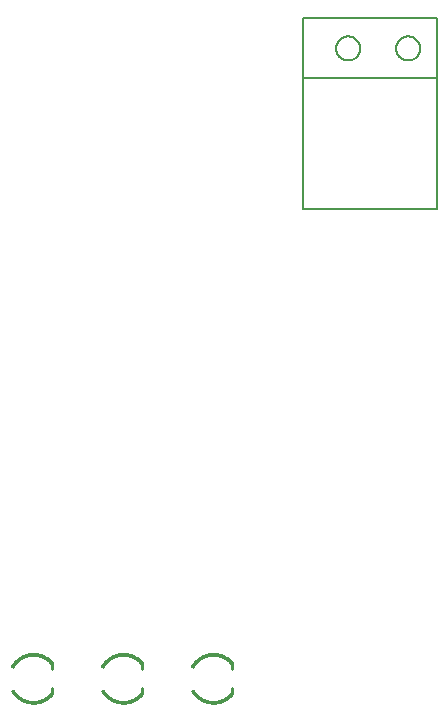
<source format=gbr>
G04 EAGLE Gerber X2 export*
%TF.Part,Single*%
%TF.FileFunction,Legend,Bot,1*%
%TF.FilePolarity,Positive*%
%TF.GenerationSoftware,Autodesk,EAGLE,9.1.2*%
%TF.CreationDate,2019-11-04T22:46:01Z*%
G75*
%MOMM*%
%FSLAX34Y34*%
%LPD*%
%AMOC8*
5,1,8,0,0,1.08239X$1,22.5*%
G01*
%ADD10C,0.152400*%
%ADD11C,0.025400*%
%ADD12C,0.254000*%


D10*
X1002030Y749300D02*
X1002030Y698500D01*
X1002030Y588010D01*
X889000Y588010D01*
X889000Y698500D01*
X889000Y749300D01*
X1002030Y749300D01*
X1002030Y698500D02*
X889000Y698500D01*
X916940Y723900D02*
X916943Y724149D01*
X916952Y724399D01*
X916968Y724647D01*
X916989Y724896D01*
X917016Y725144D01*
X917050Y725391D01*
X917090Y725637D01*
X917135Y725882D01*
X917187Y726126D01*
X917244Y726369D01*
X917308Y726610D01*
X917377Y726849D01*
X917453Y727087D01*
X917534Y727323D01*
X917621Y727557D01*
X917713Y727788D01*
X917812Y728017D01*
X917915Y728244D01*
X918025Y728468D01*
X918140Y728689D01*
X918260Y728908D01*
X918385Y729123D01*
X918516Y729336D01*
X918652Y729545D01*
X918793Y729750D01*
X918939Y729952D01*
X919090Y730151D01*
X919246Y730345D01*
X919407Y730536D01*
X919572Y730723D01*
X919742Y730906D01*
X919916Y731084D01*
X920094Y731258D01*
X920277Y731428D01*
X920464Y731593D01*
X920655Y731754D01*
X920849Y731910D01*
X921048Y732061D01*
X921250Y732207D01*
X921455Y732348D01*
X921664Y732484D01*
X921877Y732615D01*
X922092Y732740D01*
X922311Y732860D01*
X922532Y732975D01*
X922756Y733085D01*
X922983Y733188D01*
X923212Y733287D01*
X923443Y733379D01*
X923677Y733466D01*
X923913Y733547D01*
X924151Y733623D01*
X924390Y733692D01*
X924631Y733756D01*
X924874Y733813D01*
X925118Y733865D01*
X925363Y733910D01*
X925609Y733950D01*
X925856Y733984D01*
X926104Y734011D01*
X926353Y734032D01*
X926601Y734048D01*
X926851Y734057D01*
X927100Y734060D01*
X927349Y734057D01*
X927599Y734048D01*
X927847Y734032D01*
X928096Y734011D01*
X928344Y733984D01*
X928591Y733950D01*
X928837Y733910D01*
X929082Y733865D01*
X929326Y733813D01*
X929569Y733756D01*
X929810Y733692D01*
X930049Y733623D01*
X930287Y733547D01*
X930523Y733466D01*
X930757Y733379D01*
X930988Y733287D01*
X931217Y733188D01*
X931444Y733085D01*
X931668Y732975D01*
X931889Y732860D01*
X932108Y732740D01*
X932323Y732615D01*
X932536Y732484D01*
X932745Y732348D01*
X932950Y732207D01*
X933152Y732061D01*
X933351Y731910D01*
X933545Y731754D01*
X933736Y731593D01*
X933923Y731428D01*
X934106Y731258D01*
X934284Y731084D01*
X934458Y730906D01*
X934628Y730723D01*
X934793Y730536D01*
X934954Y730345D01*
X935110Y730151D01*
X935261Y729952D01*
X935407Y729750D01*
X935548Y729545D01*
X935684Y729336D01*
X935815Y729123D01*
X935940Y728908D01*
X936060Y728689D01*
X936175Y728468D01*
X936285Y728244D01*
X936388Y728017D01*
X936487Y727788D01*
X936579Y727557D01*
X936666Y727323D01*
X936747Y727087D01*
X936823Y726849D01*
X936892Y726610D01*
X936956Y726369D01*
X937013Y726126D01*
X937065Y725882D01*
X937110Y725637D01*
X937150Y725391D01*
X937184Y725144D01*
X937211Y724896D01*
X937232Y724647D01*
X937248Y724399D01*
X937257Y724149D01*
X937260Y723900D01*
X937257Y723651D01*
X937248Y723401D01*
X937232Y723153D01*
X937211Y722904D01*
X937184Y722656D01*
X937150Y722409D01*
X937110Y722163D01*
X937065Y721918D01*
X937013Y721674D01*
X936956Y721431D01*
X936892Y721190D01*
X936823Y720951D01*
X936747Y720713D01*
X936666Y720477D01*
X936579Y720243D01*
X936487Y720012D01*
X936388Y719783D01*
X936285Y719556D01*
X936175Y719332D01*
X936060Y719111D01*
X935940Y718892D01*
X935815Y718677D01*
X935684Y718464D01*
X935548Y718255D01*
X935407Y718050D01*
X935261Y717848D01*
X935110Y717649D01*
X934954Y717455D01*
X934793Y717264D01*
X934628Y717077D01*
X934458Y716894D01*
X934284Y716716D01*
X934106Y716542D01*
X933923Y716372D01*
X933736Y716207D01*
X933545Y716046D01*
X933351Y715890D01*
X933152Y715739D01*
X932950Y715593D01*
X932745Y715452D01*
X932536Y715316D01*
X932323Y715185D01*
X932108Y715060D01*
X931889Y714940D01*
X931668Y714825D01*
X931444Y714715D01*
X931217Y714612D01*
X930988Y714513D01*
X930757Y714421D01*
X930523Y714334D01*
X930287Y714253D01*
X930049Y714177D01*
X929810Y714108D01*
X929569Y714044D01*
X929326Y713987D01*
X929082Y713935D01*
X928837Y713890D01*
X928591Y713850D01*
X928344Y713816D01*
X928096Y713789D01*
X927847Y713768D01*
X927599Y713752D01*
X927349Y713743D01*
X927100Y713740D01*
X926851Y713743D01*
X926601Y713752D01*
X926353Y713768D01*
X926104Y713789D01*
X925856Y713816D01*
X925609Y713850D01*
X925363Y713890D01*
X925118Y713935D01*
X924874Y713987D01*
X924631Y714044D01*
X924390Y714108D01*
X924151Y714177D01*
X923913Y714253D01*
X923677Y714334D01*
X923443Y714421D01*
X923212Y714513D01*
X922983Y714612D01*
X922756Y714715D01*
X922532Y714825D01*
X922311Y714940D01*
X922092Y715060D01*
X921877Y715185D01*
X921664Y715316D01*
X921455Y715452D01*
X921250Y715593D01*
X921048Y715739D01*
X920849Y715890D01*
X920655Y716046D01*
X920464Y716207D01*
X920277Y716372D01*
X920094Y716542D01*
X919916Y716716D01*
X919742Y716894D01*
X919572Y717077D01*
X919407Y717264D01*
X919246Y717455D01*
X919090Y717649D01*
X918939Y717848D01*
X918793Y718050D01*
X918652Y718255D01*
X918516Y718464D01*
X918385Y718677D01*
X918260Y718892D01*
X918140Y719111D01*
X918025Y719332D01*
X917915Y719556D01*
X917812Y719783D01*
X917713Y720012D01*
X917621Y720243D01*
X917534Y720477D01*
X917453Y720713D01*
X917377Y720951D01*
X917308Y721190D01*
X917244Y721431D01*
X917187Y721674D01*
X917135Y721918D01*
X917090Y722163D01*
X917050Y722409D01*
X917016Y722656D01*
X916989Y722904D01*
X916968Y723153D01*
X916952Y723401D01*
X916943Y723651D01*
X916940Y723900D01*
X967740Y723900D02*
X967743Y724149D01*
X967752Y724399D01*
X967768Y724647D01*
X967789Y724896D01*
X967816Y725144D01*
X967850Y725391D01*
X967890Y725637D01*
X967935Y725882D01*
X967987Y726126D01*
X968044Y726369D01*
X968108Y726610D01*
X968177Y726849D01*
X968253Y727087D01*
X968334Y727323D01*
X968421Y727557D01*
X968513Y727788D01*
X968612Y728017D01*
X968715Y728244D01*
X968825Y728468D01*
X968940Y728689D01*
X969060Y728908D01*
X969185Y729123D01*
X969316Y729336D01*
X969452Y729545D01*
X969593Y729750D01*
X969739Y729952D01*
X969890Y730151D01*
X970046Y730345D01*
X970207Y730536D01*
X970372Y730723D01*
X970542Y730906D01*
X970716Y731084D01*
X970894Y731258D01*
X971077Y731428D01*
X971264Y731593D01*
X971455Y731754D01*
X971649Y731910D01*
X971848Y732061D01*
X972050Y732207D01*
X972255Y732348D01*
X972464Y732484D01*
X972677Y732615D01*
X972892Y732740D01*
X973111Y732860D01*
X973332Y732975D01*
X973556Y733085D01*
X973783Y733188D01*
X974012Y733287D01*
X974243Y733379D01*
X974477Y733466D01*
X974713Y733547D01*
X974951Y733623D01*
X975190Y733692D01*
X975431Y733756D01*
X975674Y733813D01*
X975918Y733865D01*
X976163Y733910D01*
X976409Y733950D01*
X976656Y733984D01*
X976904Y734011D01*
X977153Y734032D01*
X977401Y734048D01*
X977651Y734057D01*
X977900Y734060D01*
X978149Y734057D01*
X978399Y734048D01*
X978647Y734032D01*
X978896Y734011D01*
X979144Y733984D01*
X979391Y733950D01*
X979637Y733910D01*
X979882Y733865D01*
X980126Y733813D01*
X980369Y733756D01*
X980610Y733692D01*
X980849Y733623D01*
X981087Y733547D01*
X981323Y733466D01*
X981557Y733379D01*
X981788Y733287D01*
X982017Y733188D01*
X982244Y733085D01*
X982468Y732975D01*
X982689Y732860D01*
X982908Y732740D01*
X983123Y732615D01*
X983336Y732484D01*
X983545Y732348D01*
X983750Y732207D01*
X983952Y732061D01*
X984151Y731910D01*
X984345Y731754D01*
X984536Y731593D01*
X984723Y731428D01*
X984906Y731258D01*
X985084Y731084D01*
X985258Y730906D01*
X985428Y730723D01*
X985593Y730536D01*
X985754Y730345D01*
X985910Y730151D01*
X986061Y729952D01*
X986207Y729750D01*
X986348Y729545D01*
X986484Y729336D01*
X986615Y729123D01*
X986740Y728908D01*
X986860Y728689D01*
X986975Y728468D01*
X987085Y728244D01*
X987188Y728017D01*
X987287Y727788D01*
X987379Y727557D01*
X987466Y727323D01*
X987547Y727087D01*
X987623Y726849D01*
X987692Y726610D01*
X987756Y726369D01*
X987813Y726126D01*
X987865Y725882D01*
X987910Y725637D01*
X987950Y725391D01*
X987984Y725144D01*
X988011Y724896D01*
X988032Y724647D01*
X988048Y724399D01*
X988057Y724149D01*
X988060Y723900D01*
X988057Y723651D01*
X988048Y723401D01*
X988032Y723153D01*
X988011Y722904D01*
X987984Y722656D01*
X987950Y722409D01*
X987910Y722163D01*
X987865Y721918D01*
X987813Y721674D01*
X987756Y721431D01*
X987692Y721190D01*
X987623Y720951D01*
X987547Y720713D01*
X987466Y720477D01*
X987379Y720243D01*
X987287Y720012D01*
X987188Y719783D01*
X987085Y719556D01*
X986975Y719332D01*
X986860Y719111D01*
X986740Y718892D01*
X986615Y718677D01*
X986484Y718464D01*
X986348Y718255D01*
X986207Y718050D01*
X986061Y717848D01*
X985910Y717649D01*
X985754Y717455D01*
X985593Y717264D01*
X985428Y717077D01*
X985258Y716894D01*
X985084Y716716D01*
X984906Y716542D01*
X984723Y716372D01*
X984536Y716207D01*
X984345Y716046D01*
X984151Y715890D01*
X983952Y715739D01*
X983750Y715593D01*
X983545Y715452D01*
X983336Y715316D01*
X983123Y715185D01*
X982908Y715060D01*
X982689Y714940D01*
X982468Y714825D01*
X982244Y714715D01*
X982017Y714612D01*
X981788Y714513D01*
X981557Y714421D01*
X981323Y714334D01*
X981087Y714253D01*
X980849Y714177D01*
X980610Y714108D01*
X980369Y714044D01*
X980126Y713987D01*
X979882Y713935D01*
X979637Y713890D01*
X979391Y713850D01*
X979144Y713816D01*
X978896Y713789D01*
X978647Y713768D01*
X978399Y713752D01*
X978149Y713743D01*
X977900Y713740D01*
X977651Y713743D01*
X977401Y713752D01*
X977153Y713768D01*
X976904Y713789D01*
X976656Y713816D01*
X976409Y713850D01*
X976163Y713890D01*
X975918Y713935D01*
X975674Y713987D01*
X975431Y714044D01*
X975190Y714108D01*
X974951Y714177D01*
X974713Y714253D01*
X974477Y714334D01*
X974243Y714421D01*
X974012Y714513D01*
X973783Y714612D01*
X973556Y714715D01*
X973332Y714825D01*
X973111Y714940D01*
X972892Y715060D01*
X972677Y715185D01*
X972464Y715316D01*
X972255Y715452D01*
X972050Y715593D01*
X971848Y715739D01*
X971649Y715890D01*
X971455Y716046D01*
X971264Y716207D01*
X971077Y716372D01*
X970894Y716542D01*
X970716Y716716D01*
X970542Y716894D01*
X970372Y717077D01*
X970207Y717264D01*
X970046Y717455D01*
X969890Y717649D01*
X969739Y717848D01*
X969593Y718050D01*
X969452Y718255D01*
X969316Y718464D01*
X969185Y718677D01*
X969060Y718892D01*
X968940Y719111D01*
X968825Y719332D01*
X968715Y719556D01*
X968612Y719783D01*
X968513Y720012D01*
X968421Y720243D01*
X968334Y720477D01*
X968253Y720713D01*
X968177Y720951D01*
X968108Y721190D01*
X968044Y721431D01*
X967987Y721674D01*
X967935Y721918D01*
X967890Y722163D01*
X967850Y722409D01*
X967816Y722656D01*
X967789Y722904D01*
X967768Y723153D01*
X967752Y723401D01*
X967743Y723651D01*
X967740Y723900D01*
D11*
X829206Y204338D02*
X827450Y202874D01*
X827450Y202875D02*
X827149Y203222D01*
X826840Y203562D01*
X826523Y203895D01*
X826198Y204220D01*
X825866Y204537D01*
X825526Y204846D01*
X825178Y205147D01*
X824824Y205440D01*
X824462Y205723D01*
X824094Y205998D01*
X823719Y206265D01*
X823338Y206522D01*
X822951Y206770D01*
X822559Y207008D01*
X822160Y207237D01*
X821756Y207457D01*
X821348Y207667D01*
X820934Y207867D01*
X820515Y208057D01*
X820092Y208236D01*
X819665Y208406D01*
X819234Y208565D01*
X818799Y208714D01*
X818361Y208853D01*
X817920Y208981D01*
X817475Y209098D01*
X817028Y209205D01*
X816579Y209301D01*
X816127Y209386D01*
X815674Y209460D01*
X815218Y209524D01*
X814762Y209576D01*
X814304Y209618D01*
X813846Y209648D01*
X813386Y209668D01*
X812927Y209677D01*
X812926Y211962D01*
X812927Y211963D01*
X813442Y211953D01*
X813957Y211932D01*
X814471Y211898D01*
X814984Y211852D01*
X815496Y211793D01*
X816006Y211722D01*
X816515Y211639D01*
X817021Y211544D01*
X817525Y211436D01*
X818026Y211317D01*
X818524Y211186D01*
X819019Y211042D01*
X819510Y210887D01*
X819998Y210720D01*
X820481Y210541D01*
X820960Y210351D01*
X821434Y210150D01*
X821903Y209937D01*
X822367Y209713D01*
X822826Y209478D01*
X823278Y209231D01*
X823725Y208975D01*
X824165Y208707D01*
X824599Y208429D01*
X825026Y208141D01*
X825446Y207842D01*
X825858Y207533D01*
X826264Y207215D01*
X826661Y206887D01*
X827050Y206550D01*
X827431Y206203D01*
X827804Y205847D01*
X828168Y205483D01*
X828523Y205110D01*
X828869Y204728D01*
X829206Y204338D01*
X829022Y204184D01*
X828689Y204570D01*
X828347Y204947D01*
X827995Y205316D01*
X827635Y205676D01*
X827267Y206028D01*
X826890Y206371D01*
X826505Y206704D01*
X826112Y207029D01*
X825712Y207343D01*
X825304Y207648D01*
X824889Y207944D01*
X824467Y208229D01*
X824038Y208504D01*
X823602Y208768D01*
X823161Y209022D01*
X822713Y209265D01*
X822260Y209498D01*
X821802Y209719D01*
X821338Y209930D01*
X820869Y210129D01*
X820395Y210317D01*
X819918Y210494D01*
X819436Y210659D01*
X818950Y210812D01*
X818461Y210954D01*
X817968Y211084D01*
X817473Y211202D01*
X816975Y211308D01*
X816474Y211403D01*
X815971Y211485D01*
X815467Y211555D01*
X814961Y211613D01*
X814453Y211658D01*
X813945Y211692D01*
X813436Y211713D01*
X812927Y211723D01*
X812927Y211483D01*
X813430Y211474D01*
X813933Y211452D01*
X814436Y211419D01*
X814937Y211374D01*
X815438Y211317D01*
X815936Y211247D01*
X816433Y211166D01*
X816928Y211073D01*
X817421Y210968D01*
X817910Y210851D01*
X818397Y210723D01*
X818881Y210583D01*
X819361Y210431D01*
X819837Y210268D01*
X820310Y210093D01*
X820778Y209907D01*
X821241Y209710D01*
X821700Y209502D01*
X822153Y209283D01*
X822601Y209053D01*
X823044Y208813D01*
X823480Y208562D01*
X823910Y208300D01*
X824334Y208028D01*
X824752Y207747D01*
X825162Y207455D01*
X825565Y207153D01*
X825961Y206842D01*
X826350Y206522D01*
X826730Y206192D01*
X827103Y205853D01*
X827467Y205506D01*
X827823Y205149D01*
X828170Y204785D01*
X828508Y204412D01*
X828838Y204031D01*
X828653Y203877D01*
X828328Y204254D01*
X827993Y204622D01*
X827650Y204983D01*
X827298Y205335D01*
X826938Y205678D01*
X826570Y206013D01*
X826194Y206339D01*
X825810Y206656D01*
X825419Y206963D01*
X825020Y207261D01*
X824614Y207550D01*
X824202Y207828D01*
X823783Y208097D01*
X823358Y208355D01*
X822926Y208603D01*
X822489Y208841D01*
X822046Y209068D01*
X821598Y209285D01*
X821145Y209490D01*
X820687Y209685D01*
X820224Y209869D01*
X819757Y210041D01*
X819286Y210203D01*
X818812Y210353D01*
X818334Y210491D01*
X817853Y210618D01*
X817369Y210734D01*
X816882Y210837D01*
X816393Y210930D01*
X815901Y211010D01*
X815409Y211078D01*
X814914Y211135D01*
X814418Y211180D01*
X813922Y211213D01*
X813424Y211234D01*
X812927Y211243D01*
X812927Y211003D01*
X813419Y210994D01*
X813910Y210973D01*
X814401Y210940D01*
X814891Y210896D01*
X815379Y210840D01*
X815867Y210772D01*
X816352Y210693D01*
X816835Y210602D01*
X817316Y210499D01*
X817795Y210385D01*
X818270Y210260D01*
X818743Y210123D01*
X819212Y209975D01*
X819677Y209815D01*
X820138Y209645D01*
X820596Y209463D01*
X821048Y209271D01*
X821496Y209067D01*
X821939Y208854D01*
X822377Y208629D01*
X822809Y208394D01*
X823235Y208149D01*
X823655Y207893D01*
X824070Y207628D01*
X824477Y207353D01*
X824878Y207068D01*
X825272Y206773D01*
X825659Y206469D01*
X826038Y206156D01*
X826410Y205834D01*
X826774Y205503D01*
X827130Y205164D01*
X827477Y204816D01*
X827817Y204460D01*
X828147Y204096D01*
X828469Y203723D01*
X828284Y203570D01*
X827967Y203937D01*
X827640Y204297D01*
X827305Y204649D01*
X826961Y204993D01*
X826610Y205329D01*
X826250Y205655D01*
X825883Y205974D01*
X825508Y206283D01*
X825125Y206583D01*
X824736Y206874D01*
X824340Y207156D01*
X823937Y207428D01*
X823528Y207690D01*
X823113Y207942D01*
X822691Y208185D01*
X822264Y208417D01*
X821832Y208639D01*
X821394Y208850D01*
X820952Y209051D01*
X820504Y209241D01*
X820053Y209421D01*
X819597Y209589D01*
X819137Y209747D01*
X818674Y209893D01*
X818207Y210028D01*
X817737Y210152D01*
X817264Y210265D01*
X816789Y210367D01*
X816311Y210456D01*
X815832Y210535D01*
X815350Y210602D01*
X814867Y210657D01*
X814383Y210701D01*
X813898Y210733D01*
X813413Y210754D01*
X812927Y210763D01*
X812927Y210523D01*
X813407Y210514D01*
X813887Y210493D01*
X814366Y210462D01*
X814844Y210418D01*
X815321Y210364D01*
X815797Y210297D01*
X816271Y210220D01*
X816742Y210131D01*
X817212Y210031D01*
X817679Y209919D01*
X818143Y209797D01*
X818605Y209663D01*
X819062Y209518D01*
X819517Y209363D01*
X819967Y209196D01*
X820413Y209019D01*
X820855Y208831D01*
X821293Y208633D01*
X821725Y208424D01*
X822152Y208205D01*
X822574Y207975D01*
X822990Y207736D01*
X823401Y207487D01*
X823805Y207228D01*
X824203Y206959D01*
X824594Y206681D01*
X824979Y206393D01*
X825357Y206097D01*
X825727Y205791D01*
X826090Y205477D01*
X826445Y205154D01*
X826793Y204822D01*
X827132Y204483D01*
X827463Y204135D01*
X827786Y203779D01*
X828100Y203416D01*
X827916Y203263D01*
X827605Y203621D01*
X827287Y203972D01*
X826959Y204316D01*
X826624Y204651D01*
X826281Y204979D01*
X825930Y205298D01*
X825571Y205608D01*
X825205Y205910D01*
X824832Y206203D01*
X824452Y206487D01*
X824066Y206762D01*
X823673Y207027D01*
X823273Y207283D01*
X822868Y207530D01*
X822457Y207766D01*
X822040Y207993D01*
X821618Y208209D01*
X821191Y208415D01*
X820759Y208611D01*
X820322Y208797D01*
X819881Y208972D01*
X819437Y209137D01*
X818988Y209290D01*
X818536Y209433D01*
X818080Y209565D01*
X817621Y209687D01*
X817160Y209797D01*
X816696Y209896D01*
X816230Y209983D01*
X815762Y210060D01*
X815292Y210125D01*
X814821Y210180D01*
X814348Y210222D01*
X813875Y210254D01*
X813401Y210274D01*
X812927Y210283D01*
X812927Y210043D01*
X813395Y210034D01*
X813863Y210014D01*
X814331Y209983D01*
X814797Y209941D01*
X815263Y209887D01*
X815727Y209823D01*
X816189Y209747D01*
X816650Y209660D01*
X817108Y209562D01*
X817564Y209454D01*
X818016Y209334D01*
X818466Y209203D01*
X818913Y209062D01*
X819356Y208910D01*
X819796Y208748D01*
X820231Y208575D01*
X820662Y208392D01*
X821089Y208198D01*
X821511Y207994D01*
X821928Y207780D01*
X822339Y207557D01*
X822745Y207323D01*
X823146Y207080D01*
X823540Y206827D01*
X823929Y206565D01*
X824310Y206294D01*
X824686Y206013D01*
X825054Y205724D01*
X825416Y205426D01*
X825770Y205119D01*
X826116Y204804D01*
X826456Y204481D01*
X826787Y204149D01*
X827110Y203810D01*
X827425Y203463D01*
X827731Y203109D01*
X827547Y202955D01*
X827244Y203305D01*
X826933Y203648D01*
X826614Y203983D01*
X826287Y204310D01*
X825952Y204629D01*
X825610Y204940D01*
X825260Y205243D01*
X824903Y205537D01*
X824539Y205823D01*
X824169Y206100D01*
X823791Y206368D01*
X823408Y206627D01*
X823018Y206877D01*
X822623Y207117D01*
X822222Y207347D01*
X821815Y207568D01*
X821404Y207779D01*
X820987Y207981D01*
X820566Y208172D01*
X820140Y208353D01*
X819710Y208524D01*
X819276Y208684D01*
X818838Y208834D01*
X818397Y208974D01*
X817953Y209102D01*
X817506Y209221D01*
X817056Y209328D01*
X816603Y209425D01*
X816149Y209510D01*
X815692Y209585D01*
X815234Y209649D01*
X814774Y209702D01*
X814313Y209744D01*
X813852Y209774D01*
X813389Y209794D01*
X812927Y209803D01*
X812674Y211962D02*
X812674Y209676D01*
X812673Y209677D02*
X812208Y209668D01*
X811743Y209648D01*
X811279Y209617D01*
X810816Y209574D01*
X810354Y209520D01*
X809893Y209455D01*
X809434Y209379D01*
X808977Y209292D01*
X808522Y209194D01*
X808070Y209084D01*
X807620Y208964D01*
X807174Y208833D01*
X806731Y208691D01*
X806291Y208538D01*
X805856Y208375D01*
X805424Y208201D01*
X804997Y208017D01*
X804574Y207823D01*
X804156Y207618D01*
X803743Y207403D01*
X803336Y207178D01*
X802934Y206944D01*
X802538Y206700D01*
X802148Y206446D01*
X801764Y206183D01*
X801387Y205910D01*
X801017Y205629D01*
X800653Y205339D01*
X800297Y205040D01*
X799948Y204732D01*
X799606Y204416D01*
X799272Y204092D01*
X798947Y203759D01*
X798629Y203419D01*
X798320Y203072D01*
X798019Y202717D01*
X797727Y202355D01*
X797444Y201985D01*
X797170Y201609D01*
X796905Y201227D01*
X796649Y200838D01*
X796403Y200443D01*
X796167Y200042D01*
X795940Y199636D01*
X793923Y200711D01*
X793923Y200712D01*
X794177Y201167D01*
X794441Y201617D01*
X794717Y202059D01*
X795003Y202495D01*
X795300Y202924D01*
X795606Y203346D01*
X795924Y203760D01*
X796251Y204166D01*
X796588Y204564D01*
X796934Y204953D01*
X797290Y205335D01*
X797655Y205707D01*
X798029Y206070D01*
X798411Y206425D01*
X798802Y206770D01*
X799202Y207105D01*
X799609Y207430D01*
X800024Y207746D01*
X800447Y208051D01*
X800877Y208346D01*
X801314Y208630D01*
X801758Y208904D01*
X802208Y209167D01*
X802665Y209419D01*
X803127Y209659D01*
X803596Y209889D01*
X804069Y210107D01*
X804548Y210313D01*
X805032Y210508D01*
X805520Y210690D01*
X806013Y210861D01*
X806510Y211020D01*
X807010Y211167D01*
X807514Y211302D01*
X808021Y211424D01*
X808530Y211534D01*
X809043Y211631D01*
X809557Y211716D01*
X810074Y211789D01*
X810591Y211849D01*
X811111Y211896D01*
X811631Y211931D01*
X812152Y211953D01*
X812673Y211963D01*
X812673Y211723D01*
X812158Y211713D01*
X811643Y211691D01*
X811128Y211657D01*
X810615Y211610D01*
X810103Y211551D01*
X809592Y211479D01*
X809084Y211395D01*
X808577Y211298D01*
X808073Y211190D01*
X807572Y211069D01*
X807074Y210936D01*
X806579Y210791D01*
X806088Y210633D01*
X805601Y210464D01*
X805119Y210284D01*
X804640Y210091D01*
X804167Y209887D01*
X803698Y209672D01*
X803235Y209445D01*
X802778Y209207D01*
X802327Y208958D01*
X801881Y208698D01*
X801443Y208428D01*
X801010Y208147D01*
X800585Y207855D01*
X800167Y207553D01*
X799757Y207241D01*
X799354Y206919D01*
X798959Y206588D01*
X798573Y206247D01*
X798194Y205897D01*
X797825Y205537D01*
X797464Y205169D01*
X797112Y204792D01*
X796769Y204407D01*
X796436Y204013D01*
X796113Y203612D01*
X795799Y203203D01*
X795496Y202786D01*
X795203Y202362D01*
X794920Y201931D01*
X794647Y201493D01*
X794386Y201049D01*
X794135Y200599D01*
X794346Y200486D01*
X794594Y200931D01*
X794853Y201370D01*
X795122Y201803D01*
X795402Y202229D01*
X795692Y202648D01*
X795992Y203060D01*
X796302Y203464D01*
X796622Y203861D01*
X796951Y204250D01*
X797290Y204631D01*
X797638Y205004D01*
X797994Y205368D01*
X798360Y205723D01*
X798734Y206069D01*
X799116Y206406D01*
X799506Y206734D01*
X799905Y207052D01*
X800310Y207360D01*
X800724Y207659D01*
X801144Y207947D01*
X801571Y208225D01*
X802005Y208493D01*
X802445Y208749D01*
X802891Y208996D01*
X803343Y209231D01*
X803801Y209455D01*
X804264Y209668D01*
X804732Y209870D01*
X805205Y210060D01*
X805682Y210239D01*
X806164Y210406D01*
X806649Y210561D01*
X807138Y210704D01*
X807631Y210836D01*
X808126Y210956D01*
X808624Y211063D01*
X809125Y211158D01*
X809628Y211242D01*
X810132Y211313D01*
X810639Y211371D01*
X811146Y211418D01*
X811655Y211452D01*
X812164Y211473D01*
X812673Y211483D01*
X812673Y211243D01*
X812170Y211233D01*
X811666Y211212D01*
X811164Y211178D01*
X810662Y211132D01*
X810162Y211074D01*
X809663Y211004D01*
X809166Y210922D01*
X808671Y210828D01*
X808179Y210721D01*
X807689Y210603D01*
X807202Y210473D01*
X806719Y210331D01*
X806239Y210178D01*
X805763Y210013D01*
X805291Y209836D01*
X804824Y209648D01*
X804362Y209449D01*
X803904Y209238D01*
X803451Y209016D01*
X803005Y208784D01*
X802563Y208541D01*
X802128Y208287D01*
X801700Y208022D01*
X801277Y207748D01*
X800862Y207463D01*
X800454Y207168D01*
X800052Y206863D01*
X799659Y206549D01*
X799273Y206225D01*
X798895Y205892D01*
X798525Y205549D01*
X798164Y205198D01*
X797812Y204838D01*
X797468Y204470D01*
X797133Y204094D01*
X796808Y203709D01*
X796492Y203317D01*
X796185Y202917D01*
X795889Y202510D01*
X795602Y202096D01*
X795325Y201675D01*
X795059Y201247D01*
X794803Y200813D01*
X794558Y200373D01*
X794770Y200260D01*
X795012Y200695D01*
X795265Y201124D01*
X795528Y201546D01*
X795802Y201963D01*
X796085Y202372D01*
X796378Y202774D01*
X796681Y203169D01*
X796993Y203557D01*
X797315Y203937D01*
X797646Y204309D01*
X797986Y204673D01*
X798334Y205029D01*
X798691Y205376D01*
X799056Y205714D01*
X799430Y206043D01*
X799811Y206363D01*
X800200Y206674D01*
X800597Y206975D01*
X801000Y207266D01*
X801411Y207548D01*
X801828Y207820D01*
X802252Y208081D01*
X802682Y208332D01*
X803118Y208572D01*
X803559Y208802D01*
X804007Y209021D01*
X804459Y209229D01*
X804916Y209426D01*
X805378Y209612D01*
X805844Y209787D01*
X806314Y209950D01*
X806789Y210102D01*
X807266Y210242D01*
X807747Y210370D01*
X808231Y210487D01*
X808718Y210592D01*
X809207Y210686D01*
X809698Y210767D01*
X810191Y210836D01*
X810686Y210894D01*
X811181Y210939D01*
X811678Y210972D01*
X812176Y210993D01*
X812673Y211003D01*
X812673Y210763D01*
X812182Y210754D01*
X811690Y210733D01*
X811199Y210700D01*
X810709Y210655D01*
X810221Y210598D01*
X809733Y210529D01*
X809248Y210449D01*
X808765Y210357D01*
X808284Y210253D01*
X807806Y210138D01*
X807330Y210011D01*
X806858Y209872D01*
X806390Y209722D01*
X805925Y209561D01*
X805464Y209388D01*
X805008Y209204D01*
X804556Y209010D01*
X804109Y208804D01*
X803667Y208588D01*
X803231Y208361D01*
X802800Y208123D01*
X802375Y207875D01*
X801957Y207617D01*
X801544Y207349D01*
X801139Y207070D01*
X800740Y206782D01*
X800348Y206485D01*
X799964Y206178D01*
X799587Y205861D01*
X799218Y205536D01*
X798857Y205202D01*
X798504Y204859D01*
X798159Y204508D01*
X797824Y204148D01*
X797497Y203780D01*
X797179Y203405D01*
X796870Y203022D01*
X796571Y202632D01*
X796281Y202234D01*
X796001Y201829D01*
X795731Y201418D01*
X795471Y201001D01*
X795221Y200577D01*
X794982Y200147D01*
X795194Y200034D01*
X795430Y200459D01*
X795677Y200877D01*
X795934Y201290D01*
X796201Y201696D01*
X796478Y202096D01*
X796764Y202489D01*
X797060Y202874D01*
X797365Y203253D01*
X797679Y203624D01*
X798002Y203987D01*
X798333Y204342D01*
X798674Y204689D01*
X799022Y205028D01*
X799379Y205358D01*
X799744Y205680D01*
X800116Y205992D01*
X800496Y206296D01*
X800883Y206590D01*
X801277Y206874D01*
X801678Y207149D01*
X802085Y207414D01*
X802499Y207669D01*
X802919Y207914D01*
X803344Y208149D01*
X803775Y208373D01*
X804212Y208587D01*
X804654Y208790D01*
X805100Y208983D01*
X805551Y209164D01*
X806006Y209335D01*
X806465Y209494D01*
X806928Y209642D01*
X807394Y209779D01*
X807864Y209905D01*
X808337Y210019D01*
X808812Y210122D01*
X809289Y210213D01*
X809769Y210292D01*
X810250Y210360D01*
X810733Y210416D01*
X811217Y210460D01*
X811702Y210493D01*
X812187Y210514D01*
X812673Y210523D01*
X812673Y210283D01*
X812193Y210274D01*
X811714Y210253D01*
X811235Y210221D01*
X810756Y210177D01*
X810279Y210122D01*
X809804Y210055D01*
X809330Y209976D01*
X808859Y209886D01*
X808389Y209785D01*
X807922Y209672D01*
X807459Y209548D01*
X806998Y209413D01*
X806541Y209266D01*
X806087Y209109D01*
X805637Y208940D01*
X805192Y208761D01*
X804751Y208571D01*
X804315Y208370D01*
X803883Y208159D01*
X803457Y207937D01*
X803037Y207706D01*
X802622Y207464D01*
X802214Y207211D01*
X801811Y206950D01*
X801415Y206678D01*
X801026Y206397D01*
X800643Y206106D01*
X800268Y205807D01*
X799900Y205498D01*
X799540Y205181D01*
X799188Y204854D01*
X798844Y204520D01*
X798507Y204177D01*
X798180Y203826D01*
X797861Y203467D01*
X797550Y203101D01*
X797249Y202727D01*
X796957Y202346D01*
X796674Y201958D01*
X796401Y201563D01*
X796137Y201162D01*
X795883Y200754D01*
X795639Y200341D01*
X795405Y199921D01*
X795617Y199808D01*
X795848Y200222D01*
X796089Y200631D01*
X796340Y201034D01*
X796600Y201430D01*
X796870Y201820D01*
X797150Y202203D01*
X797438Y202579D01*
X797736Y202949D01*
X798042Y203311D01*
X798358Y203665D01*
X798681Y204012D01*
X799013Y204350D01*
X799354Y204681D01*
X799702Y205003D01*
X800057Y205317D01*
X800421Y205621D01*
X800791Y205917D01*
X801169Y206204D01*
X801553Y206482D01*
X801945Y206750D01*
X802342Y207009D01*
X802746Y207258D01*
X803155Y207497D01*
X803571Y207726D01*
X803991Y207945D01*
X804417Y208153D01*
X804848Y208352D01*
X805284Y208539D01*
X805724Y208717D01*
X806168Y208883D01*
X806616Y209038D01*
X807068Y209183D01*
X807523Y209317D01*
X807981Y209439D01*
X808442Y209551D01*
X808905Y209651D01*
X809371Y209740D01*
X809839Y209817D01*
X810309Y209883D01*
X810780Y209938D01*
X811252Y209982D01*
X811725Y210013D01*
X812199Y210034D01*
X812673Y210043D01*
X812673Y209803D01*
X812205Y209794D01*
X811737Y209774D01*
X811270Y209742D01*
X810803Y209699D01*
X810338Y209645D01*
X809874Y209580D01*
X809412Y209503D01*
X808952Y209415D01*
X808494Y209316D01*
X808039Y209206D01*
X807587Y209085D01*
X807137Y208953D01*
X806691Y208811D01*
X806249Y208657D01*
X805810Y208493D01*
X805376Y208318D01*
X804946Y208132D01*
X804520Y207937D01*
X804099Y207730D01*
X803684Y207514D01*
X803274Y207288D01*
X802869Y207052D01*
X802471Y206806D01*
X802078Y206551D01*
X801692Y206286D01*
X801312Y206012D01*
X800939Y205728D01*
X800573Y205436D01*
X800214Y205135D01*
X799863Y204825D01*
X799519Y204507D01*
X799183Y204181D01*
X798855Y203846D01*
X798536Y203504D01*
X798224Y203154D01*
X797921Y202797D01*
X797628Y202432D01*
X797342Y202060D01*
X797067Y201682D01*
X796800Y201297D01*
X796543Y200905D01*
X796295Y200508D01*
X796057Y200104D01*
X795829Y199695D01*
X812926Y169038D02*
X812926Y171324D01*
X812927Y171323D02*
X813395Y171332D01*
X813863Y171353D01*
X814331Y171384D01*
X814798Y171427D01*
X815263Y171482D01*
X815727Y171548D01*
X816189Y171625D01*
X816649Y171713D01*
X817107Y171813D01*
X817563Y171924D01*
X818015Y172046D01*
X818464Y172179D01*
X818910Y172323D01*
X819353Y172477D01*
X819791Y172643D01*
X820225Y172819D01*
X820655Y173006D01*
X821080Y173203D01*
X821500Y173410D01*
X821915Y173628D01*
X822325Y173856D01*
X822729Y174093D01*
X823127Y174341D01*
X823518Y174598D01*
X823904Y174865D01*
X824283Y175141D01*
X824654Y175426D01*
X825019Y175720D01*
X825377Y176023D01*
X825727Y176335D01*
X826069Y176655D01*
X826403Y176983D01*
X826729Y177319D01*
X827047Y177664D01*
X827357Y178016D01*
X829101Y176539D01*
X829102Y176539D01*
X828755Y176144D01*
X828399Y175758D01*
X828034Y175381D01*
X827659Y175012D01*
X827276Y174653D01*
X826883Y174304D01*
X826483Y173964D01*
X826074Y173634D01*
X825657Y173314D01*
X825233Y173005D01*
X824801Y172706D01*
X824362Y172417D01*
X823916Y172140D01*
X823463Y171873D01*
X823004Y171618D01*
X822539Y171374D01*
X822068Y171141D01*
X821591Y170920D01*
X821109Y170711D01*
X820622Y170513D01*
X820131Y170328D01*
X819635Y170154D01*
X819135Y169993D01*
X818631Y169844D01*
X818124Y169708D01*
X817613Y169584D01*
X817100Y169472D01*
X816584Y169373D01*
X816066Y169287D01*
X815546Y169213D01*
X815024Y169153D01*
X814501Y169105D01*
X813977Y169069D01*
X813452Y169047D01*
X812927Y169037D01*
X812927Y169277D01*
X813446Y169287D01*
X813965Y169309D01*
X814483Y169344D01*
X815000Y169391D01*
X815516Y169452D01*
X816030Y169524D01*
X816543Y169610D01*
X817053Y169707D01*
X817560Y169818D01*
X818065Y169940D01*
X818567Y170075D01*
X819065Y170223D01*
X819559Y170382D01*
X820049Y170553D01*
X820535Y170737D01*
X821016Y170932D01*
X821493Y171139D01*
X821964Y171357D01*
X822430Y171587D01*
X822890Y171829D01*
X823343Y172081D01*
X823791Y172345D01*
X824232Y172619D01*
X824666Y172904D01*
X825093Y173200D01*
X825513Y173506D01*
X825925Y173822D01*
X826329Y174148D01*
X826725Y174484D01*
X827113Y174830D01*
X827492Y175185D01*
X827862Y175549D01*
X828224Y175922D01*
X828576Y176304D01*
X828919Y176694D01*
X828735Y176849D01*
X828397Y176463D01*
X828049Y176086D01*
X827691Y175717D01*
X827325Y175357D01*
X826950Y175006D01*
X826567Y174665D01*
X826175Y174333D01*
X825776Y174010D01*
X825369Y173698D01*
X824954Y173395D01*
X824532Y173103D01*
X824102Y172821D01*
X823666Y172550D01*
X823224Y172289D01*
X822775Y172040D01*
X822321Y171801D01*
X821860Y171574D01*
X821395Y171358D01*
X820924Y171153D01*
X820448Y170960D01*
X819967Y170779D01*
X819483Y170610D01*
X818994Y170452D01*
X818502Y170307D01*
X818006Y170173D01*
X817507Y170052D01*
X817005Y169943D01*
X816501Y169846D01*
X815995Y169762D01*
X815486Y169690D01*
X814976Y169630D01*
X814465Y169583D01*
X813953Y169549D01*
X813440Y169527D01*
X812927Y169517D01*
X812927Y169757D01*
X813434Y169767D01*
X813941Y169788D01*
X814447Y169823D01*
X814953Y169869D01*
X815457Y169928D01*
X815959Y169999D01*
X816460Y170082D01*
X816958Y170178D01*
X817454Y170286D01*
X817947Y170406D01*
X818437Y170538D01*
X818924Y170682D01*
X819407Y170837D01*
X819886Y171005D01*
X820361Y171184D01*
X820831Y171375D01*
X821296Y171577D01*
X821757Y171790D01*
X822212Y172015D01*
X822661Y172251D01*
X823105Y172498D01*
X823542Y172755D01*
X823973Y173023D01*
X824397Y173302D01*
X824814Y173590D01*
X825224Y173889D01*
X825627Y174198D01*
X826022Y174517D01*
X826409Y174845D01*
X826788Y175183D01*
X827158Y175530D01*
X827520Y175885D01*
X827873Y176250D01*
X828217Y176623D01*
X828552Y177004D01*
X828369Y177159D01*
X828038Y176782D01*
X827698Y176414D01*
X827349Y176054D01*
X826991Y175702D01*
X826625Y175359D01*
X826251Y175026D01*
X825868Y174701D01*
X825478Y174386D01*
X825080Y174081D01*
X824675Y173786D01*
X824262Y173500D01*
X823843Y173225D01*
X823417Y172960D01*
X822985Y172706D01*
X822547Y172462D01*
X822103Y172229D01*
X821653Y172007D01*
X821198Y171796D01*
X820738Y171596D01*
X820273Y171408D01*
X819804Y171230D01*
X819331Y171065D01*
X818853Y170911D01*
X818372Y170769D01*
X817888Y170638D01*
X817401Y170520D01*
X816911Y170413D01*
X816418Y170319D01*
X815924Y170236D01*
X815427Y170166D01*
X814929Y170108D01*
X814429Y170062D01*
X813929Y170028D01*
X813428Y170007D01*
X812927Y169997D01*
X812927Y170237D01*
X813422Y170247D01*
X813917Y170268D01*
X814412Y170301D01*
X814905Y170347D01*
X815397Y170404D01*
X815888Y170474D01*
X816377Y170555D01*
X816863Y170649D01*
X817348Y170754D01*
X817829Y170871D01*
X818308Y171000D01*
X818783Y171140D01*
X819255Y171293D01*
X819722Y171456D01*
X820186Y171631D01*
X820645Y171817D01*
X821100Y172015D01*
X821549Y172223D01*
X821994Y172443D01*
X822432Y172673D01*
X822866Y172914D01*
X823293Y173165D01*
X823713Y173427D01*
X824128Y173699D01*
X824535Y173981D01*
X824936Y174273D01*
X825329Y174575D01*
X825714Y174886D01*
X826092Y175206D01*
X826462Y175536D01*
X826824Y175874D01*
X827178Y176222D01*
X827523Y176578D01*
X827859Y176942D01*
X828186Y177314D01*
X828003Y177469D01*
X827679Y177101D01*
X827347Y176742D01*
X827007Y176390D01*
X826657Y176047D01*
X826300Y175712D01*
X825934Y175387D01*
X825561Y175070D01*
X825180Y174763D01*
X824791Y174465D01*
X824396Y174176D01*
X823993Y173898D01*
X823584Y173629D01*
X823168Y173370D01*
X822746Y173122D01*
X822318Y172884D01*
X821885Y172657D01*
X821446Y172440D01*
X821001Y172234D01*
X820552Y172039D01*
X820099Y171855D01*
X819641Y171682D01*
X819179Y171520D01*
X818713Y171370D01*
X818243Y171231D01*
X817770Y171104D01*
X817295Y170988D01*
X816816Y170884D01*
X816335Y170792D01*
X815852Y170711D01*
X815368Y170642D01*
X814881Y170585D01*
X814394Y170541D01*
X813905Y170508D01*
X813416Y170486D01*
X812927Y170477D01*
X812927Y170717D01*
X813410Y170726D01*
X813893Y170747D01*
X814376Y170780D01*
X814858Y170824D01*
X815338Y170880D01*
X815817Y170948D01*
X816294Y171028D01*
X816769Y171119D01*
X817241Y171222D01*
X817711Y171336D01*
X818178Y171462D01*
X818642Y171599D01*
X819102Y171748D01*
X819559Y171907D01*
X820011Y172078D01*
X820460Y172260D01*
X820903Y172453D01*
X821342Y172656D01*
X821776Y172870D01*
X822204Y173095D01*
X822627Y173330D01*
X823043Y173575D01*
X823454Y173831D01*
X823858Y174096D01*
X824256Y174372D01*
X824647Y174656D01*
X825031Y174951D01*
X825407Y175254D01*
X825776Y175567D01*
X826137Y175889D01*
X826490Y176219D01*
X826835Y176558D01*
X827172Y176905D01*
X827500Y177261D01*
X827819Y177624D01*
X827636Y177779D01*
X827321Y177420D01*
X826997Y177069D01*
X826664Y176726D01*
X826323Y176392D01*
X825975Y176065D01*
X825618Y175748D01*
X825253Y175439D01*
X824882Y175139D01*
X824503Y174848D01*
X824117Y174567D01*
X823724Y174295D01*
X823324Y174033D01*
X822919Y173781D01*
X822507Y173538D01*
X822090Y173306D01*
X821667Y173084D01*
X821238Y172873D01*
X820805Y172672D01*
X820367Y172481D01*
X819924Y172302D01*
X819477Y172133D01*
X819026Y171975D01*
X818572Y171829D01*
X818114Y171693D01*
X817652Y171569D01*
X817188Y171456D01*
X816721Y171354D01*
X816252Y171264D01*
X815781Y171186D01*
X815308Y171119D01*
X814834Y171063D01*
X814358Y171019D01*
X813881Y170987D01*
X813404Y170966D01*
X812927Y170957D01*
X812927Y171197D01*
X813398Y171206D01*
X813870Y171227D01*
X814340Y171259D01*
X814810Y171302D01*
X815279Y171357D01*
X815746Y171423D01*
X816211Y171501D01*
X816674Y171590D01*
X817135Y171690D01*
X817593Y171802D01*
X818049Y171924D01*
X818501Y172058D01*
X818950Y172203D01*
X819396Y172359D01*
X819837Y172525D01*
X820274Y172703D01*
X820707Y172891D01*
X821135Y173089D01*
X821558Y173298D01*
X821975Y173517D01*
X822388Y173746D01*
X822794Y173986D01*
X823195Y174235D01*
X823589Y174494D01*
X823977Y174762D01*
X824358Y175040D01*
X824733Y175327D01*
X825100Y175623D01*
X825460Y175928D01*
X825812Y176242D01*
X826157Y176564D01*
X826493Y176895D01*
X826821Y177233D01*
X827141Y177580D01*
X827453Y177934D01*
X794228Y179741D02*
X796213Y180876D01*
X796212Y180875D02*
X796450Y180477D01*
X796696Y180085D01*
X796953Y179700D01*
X797218Y179320D01*
X797492Y178947D01*
X797776Y178581D01*
X798068Y178222D01*
X798369Y177870D01*
X798678Y177525D01*
X798995Y177188D01*
X799321Y176858D01*
X799654Y176537D01*
X799995Y176223D01*
X800344Y175918D01*
X800699Y175622D01*
X801062Y175334D01*
X801432Y175055D01*
X801808Y174785D01*
X802191Y174524D01*
X802580Y174273D01*
X802974Y174031D01*
X803375Y173798D01*
X803781Y173576D01*
X804192Y173363D01*
X804609Y173160D01*
X805030Y172967D01*
X805455Y172785D01*
X805885Y172613D01*
X806319Y172451D01*
X806757Y172300D01*
X807198Y172159D01*
X807643Y172029D01*
X808090Y171910D01*
X808540Y171802D01*
X808993Y171704D01*
X809448Y171618D01*
X809905Y171543D01*
X810364Y171478D01*
X810824Y171425D01*
X811285Y171383D01*
X811747Y171352D01*
X812210Y171332D01*
X812673Y171323D01*
X812673Y169038D01*
X812673Y169037D01*
X812154Y169047D01*
X811635Y169069D01*
X811117Y169103D01*
X810600Y169150D01*
X810085Y169209D01*
X809571Y169281D01*
X809059Y169365D01*
X808549Y169462D01*
X808041Y169571D01*
X807537Y169692D01*
X807035Y169825D01*
X806537Y169971D01*
X806042Y170128D01*
X805552Y170298D01*
X805065Y170479D01*
X804583Y170672D01*
X804106Y170876D01*
X803635Y171092D01*
X803168Y171319D01*
X802707Y171558D01*
X802252Y171807D01*
X801803Y172068D01*
X801361Y172339D01*
X800925Y172621D01*
X800496Y172913D01*
X800074Y173216D01*
X799660Y173529D01*
X799254Y173851D01*
X798855Y174184D01*
X798464Y174526D01*
X798082Y174877D01*
X797709Y175237D01*
X797344Y175607D01*
X796989Y175985D01*
X796642Y176371D01*
X796305Y176766D01*
X795978Y177169D01*
X795661Y177579D01*
X795353Y177998D01*
X795056Y178423D01*
X794769Y178856D01*
X794493Y179295D01*
X794228Y179741D01*
X794436Y179860D01*
X794698Y179419D01*
X794972Y178985D01*
X795255Y178557D01*
X795549Y178136D01*
X795853Y177723D01*
X796167Y177317D01*
X796491Y176919D01*
X796824Y176528D01*
X797166Y176146D01*
X797518Y175773D01*
X797878Y175407D01*
X798247Y175051D01*
X798625Y174704D01*
X799011Y174366D01*
X799405Y174037D01*
X799807Y173718D01*
X800217Y173409D01*
X800634Y173110D01*
X801058Y172821D01*
X801489Y172542D01*
X801926Y172274D01*
X802370Y172016D01*
X802820Y171770D01*
X803275Y171534D01*
X803737Y171309D01*
X804203Y171096D01*
X804675Y170893D01*
X805151Y170703D01*
X805632Y170524D01*
X806117Y170356D01*
X806606Y170201D01*
X807099Y170057D01*
X807595Y169925D01*
X808094Y169805D01*
X808595Y169697D01*
X809100Y169602D01*
X809606Y169519D01*
X810114Y169448D01*
X810624Y169389D01*
X811135Y169342D01*
X811647Y169308D01*
X812160Y169287D01*
X812673Y169277D01*
X812673Y169517D01*
X812165Y169527D01*
X811659Y169548D01*
X811152Y169582D01*
X810647Y169628D01*
X810143Y169686D01*
X809641Y169756D01*
X809140Y169838D01*
X808642Y169933D01*
X808146Y170039D01*
X807653Y170158D01*
X807163Y170288D01*
X806676Y170430D01*
X806192Y170584D01*
X805713Y170750D01*
X805237Y170927D01*
X804767Y171115D01*
X804300Y171315D01*
X803839Y171526D01*
X803383Y171748D01*
X802932Y171981D01*
X802488Y172225D01*
X802049Y172480D01*
X801616Y172745D01*
X801191Y173021D01*
X800771Y173306D01*
X800359Y173602D01*
X799954Y173908D01*
X799557Y174223D01*
X799168Y174548D01*
X798786Y174882D01*
X798412Y175225D01*
X798047Y175578D01*
X797691Y175939D01*
X797343Y176308D01*
X797005Y176686D01*
X796676Y177072D01*
X796356Y177465D01*
X796045Y177867D01*
X795745Y178275D01*
X795454Y178691D01*
X795174Y179114D01*
X794904Y179543D01*
X794644Y179979D01*
X794853Y180098D01*
X795109Y179667D01*
X795376Y179243D01*
X795653Y178825D01*
X795941Y178414D01*
X796238Y178010D01*
X796544Y177614D01*
X796861Y177224D01*
X797186Y176843D01*
X797521Y176470D01*
X797864Y176105D01*
X798217Y175748D01*
X798577Y175400D01*
X798947Y175060D01*
X799324Y174730D01*
X799709Y174409D01*
X800102Y174097D01*
X800502Y173795D01*
X800909Y173503D01*
X801323Y173220D01*
X801744Y172948D01*
X802172Y172686D01*
X802606Y172434D01*
X803045Y172193D01*
X803491Y171963D01*
X803941Y171743D01*
X804397Y171535D01*
X804858Y171337D01*
X805324Y171151D01*
X805793Y170976D01*
X806267Y170812D01*
X806745Y170660D01*
X807226Y170520D01*
X807711Y170391D01*
X808199Y170274D01*
X808689Y170168D01*
X809181Y170075D01*
X809676Y169993D01*
X810173Y169924D01*
X810671Y169866D01*
X811170Y169821D01*
X811670Y169788D01*
X812171Y169767D01*
X812673Y169757D01*
X812673Y169997D01*
X812177Y170006D01*
X811682Y170027D01*
X811188Y170060D01*
X810694Y170105D01*
X810202Y170162D01*
X809711Y170231D01*
X809222Y170311D01*
X808735Y170404D01*
X808251Y170508D01*
X807769Y170624D01*
X807290Y170751D01*
X806815Y170890D01*
X806342Y171040D01*
X805874Y171202D01*
X805410Y171375D01*
X804950Y171559D01*
X804494Y171754D01*
X804044Y171960D01*
X803598Y172177D01*
X803158Y172405D01*
X802724Y172643D01*
X802295Y172892D01*
X801872Y173151D01*
X801456Y173420D01*
X801047Y173699D01*
X800644Y173988D01*
X800249Y174287D01*
X799861Y174595D01*
X799480Y174912D01*
X799107Y175239D01*
X798743Y175574D01*
X798386Y175918D01*
X798038Y176271D01*
X797698Y176631D01*
X797367Y177000D01*
X797046Y177377D01*
X796733Y177762D01*
X796430Y178154D01*
X796136Y178553D01*
X795853Y178959D01*
X795579Y179372D01*
X795315Y179791D01*
X795061Y180217D01*
X795269Y180336D01*
X795520Y179916D01*
X795781Y179501D01*
X796052Y179093D01*
X796332Y178692D01*
X796622Y178297D01*
X796922Y177910D01*
X797231Y177530D01*
X797549Y177158D01*
X797875Y176793D01*
X798211Y176437D01*
X798555Y176088D01*
X798908Y175748D01*
X799268Y175417D01*
X799636Y175094D01*
X800013Y174781D01*
X800396Y174476D01*
X800787Y174181D01*
X801185Y173896D01*
X801589Y173620D01*
X802000Y173354D01*
X802418Y173098D01*
X802841Y172852D01*
X803271Y172617D01*
X803706Y172392D01*
X804146Y172178D01*
X804591Y171974D01*
X805041Y171781D01*
X805496Y171599D01*
X805955Y171428D01*
X806417Y171268D01*
X806884Y171120D01*
X807354Y170982D01*
X807827Y170856D01*
X808303Y170742D01*
X808782Y170639D01*
X809263Y170548D01*
X809746Y170468D01*
X810231Y170400D01*
X810718Y170344D01*
X811205Y170300D01*
X811694Y170267D01*
X812183Y170246D01*
X812673Y170237D01*
X812673Y170477D01*
X812189Y170486D01*
X811706Y170507D01*
X811223Y170539D01*
X810741Y170583D01*
X810260Y170639D01*
X809781Y170706D01*
X809304Y170784D01*
X808829Y170875D01*
X808356Y170976D01*
X807885Y171089D01*
X807418Y171214D01*
X806953Y171349D01*
X806492Y171496D01*
X806035Y171654D01*
X805582Y171823D01*
X805133Y172003D01*
X804688Y172193D01*
X804248Y172395D01*
X803813Y172607D01*
X803384Y172829D01*
X802959Y173061D01*
X802541Y173304D01*
X802128Y173557D01*
X801722Y173820D01*
X801322Y174092D01*
X800929Y174374D01*
X800543Y174666D01*
X800164Y174967D01*
X799793Y175276D01*
X799429Y175595D01*
X799073Y175922D01*
X798724Y176258D01*
X798384Y176603D01*
X798053Y176955D01*
X797730Y177315D01*
X797416Y177683D01*
X797111Y178058D01*
X796815Y178441D01*
X796528Y178831D01*
X796251Y179227D01*
X795983Y179630D01*
X795726Y180040D01*
X795478Y180455D01*
X795686Y180574D01*
X795931Y180164D01*
X796186Y179759D01*
X796450Y179361D01*
X796724Y178970D01*
X797007Y178585D01*
X797299Y178207D01*
X797601Y177836D01*
X797911Y177472D01*
X798230Y177117D01*
X798558Y176769D01*
X798894Y176429D01*
X799238Y176097D01*
X799589Y175773D01*
X799949Y175459D01*
X800316Y175153D01*
X800691Y174855D01*
X801072Y174568D01*
X801460Y174289D01*
X801855Y174020D01*
X802256Y173760D01*
X802664Y173510D01*
X803077Y173271D01*
X803496Y173041D01*
X803921Y172821D01*
X804350Y172612D01*
X804785Y172413D01*
X805224Y172225D01*
X805668Y172047D01*
X806116Y171880D01*
X806567Y171724D01*
X807023Y171579D01*
X807482Y171445D01*
X807943Y171322D01*
X808408Y171210D01*
X808875Y171110D01*
X809345Y171021D01*
X809816Y170943D01*
X810290Y170877D01*
X810764Y170822D01*
X811240Y170778D01*
X811717Y170747D01*
X812195Y170726D01*
X812673Y170717D01*
X812673Y170957D01*
X812201Y170966D01*
X811729Y170986D01*
X811258Y171018D01*
X810788Y171061D01*
X810319Y171115D01*
X809851Y171181D01*
X809386Y171257D01*
X808922Y171345D01*
X808460Y171445D01*
X808002Y171555D01*
X807545Y171676D01*
X807092Y171809D01*
X806642Y171952D01*
X806196Y172106D01*
X805754Y172271D01*
X805316Y172446D01*
X804882Y172632D01*
X804453Y172829D01*
X804028Y173036D01*
X803609Y173253D01*
X803195Y173480D01*
X802787Y173716D01*
X802384Y173963D01*
X801988Y174220D01*
X801598Y174485D01*
X801214Y174761D01*
X800838Y175045D01*
X800468Y175338D01*
X800105Y175641D01*
X799750Y175952D01*
X799403Y176271D01*
X799063Y176599D01*
X798731Y176935D01*
X798408Y177278D01*
X798092Y177630D01*
X797786Y177989D01*
X797488Y178355D01*
X797199Y178728D01*
X796919Y179108D01*
X796649Y179495D01*
X796388Y179889D01*
X796136Y180288D01*
X795895Y180693D01*
X796103Y180813D01*
X796342Y180412D01*
X796590Y180018D01*
X796848Y179629D01*
X797115Y179247D01*
X797391Y178872D01*
X797677Y178503D01*
X797971Y178141D01*
X798274Y177787D01*
X798585Y177440D01*
X798904Y177101D01*
X799232Y176769D01*
X799568Y176445D01*
X799911Y176130D01*
X800262Y175823D01*
X800620Y175524D01*
X800985Y175235D01*
X801357Y174954D01*
X801736Y174682D01*
X802121Y174419D01*
X802512Y174166D01*
X802910Y173923D01*
X803313Y173689D01*
X803722Y173464D01*
X804136Y173250D01*
X804555Y173046D01*
X804979Y172852D01*
X805407Y172668D01*
X805840Y172495D01*
X806277Y172332D01*
X806717Y172180D01*
X807162Y172039D01*
X807609Y171908D01*
X808060Y171788D01*
X808513Y171679D01*
X808969Y171581D01*
X809427Y171494D01*
X809887Y171418D01*
X810348Y171353D01*
X810811Y171300D01*
X811276Y171257D01*
X811741Y171226D01*
X812206Y171206D01*
X812673Y171197D01*
D12*
X828548Y198374D02*
X828548Y203454D01*
X828548Y182118D02*
X828548Y177546D01*
D11*
X753006Y204338D02*
X751250Y202874D01*
X751250Y202875D02*
X750949Y203222D01*
X750640Y203562D01*
X750323Y203895D01*
X749998Y204220D01*
X749666Y204537D01*
X749326Y204846D01*
X748978Y205147D01*
X748624Y205440D01*
X748262Y205723D01*
X747894Y205998D01*
X747519Y206265D01*
X747138Y206522D01*
X746751Y206770D01*
X746359Y207008D01*
X745960Y207237D01*
X745556Y207457D01*
X745148Y207667D01*
X744734Y207867D01*
X744315Y208057D01*
X743892Y208236D01*
X743465Y208406D01*
X743034Y208565D01*
X742599Y208714D01*
X742161Y208853D01*
X741720Y208981D01*
X741275Y209098D01*
X740828Y209205D01*
X740379Y209301D01*
X739927Y209386D01*
X739474Y209460D01*
X739018Y209524D01*
X738562Y209576D01*
X738104Y209618D01*
X737646Y209648D01*
X737186Y209668D01*
X736727Y209677D01*
X736726Y211962D01*
X736727Y211963D01*
X737242Y211953D01*
X737757Y211932D01*
X738271Y211898D01*
X738784Y211852D01*
X739296Y211793D01*
X739806Y211722D01*
X740315Y211639D01*
X740821Y211544D01*
X741325Y211436D01*
X741826Y211317D01*
X742324Y211186D01*
X742819Y211042D01*
X743310Y210887D01*
X743798Y210720D01*
X744281Y210541D01*
X744760Y210351D01*
X745234Y210150D01*
X745703Y209937D01*
X746167Y209713D01*
X746626Y209478D01*
X747078Y209231D01*
X747525Y208975D01*
X747965Y208707D01*
X748399Y208429D01*
X748826Y208141D01*
X749246Y207842D01*
X749658Y207533D01*
X750064Y207215D01*
X750461Y206887D01*
X750850Y206550D01*
X751231Y206203D01*
X751604Y205847D01*
X751968Y205483D01*
X752323Y205110D01*
X752669Y204728D01*
X753006Y204338D01*
X752822Y204184D01*
X752489Y204570D01*
X752147Y204947D01*
X751795Y205316D01*
X751435Y205676D01*
X751067Y206028D01*
X750690Y206371D01*
X750305Y206704D01*
X749912Y207029D01*
X749512Y207343D01*
X749104Y207648D01*
X748689Y207944D01*
X748267Y208229D01*
X747838Y208504D01*
X747402Y208768D01*
X746961Y209022D01*
X746513Y209265D01*
X746060Y209498D01*
X745602Y209719D01*
X745138Y209930D01*
X744669Y210129D01*
X744195Y210317D01*
X743718Y210494D01*
X743236Y210659D01*
X742750Y210812D01*
X742261Y210954D01*
X741768Y211084D01*
X741273Y211202D01*
X740775Y211308D01*
X740274Y211403D01*
X739771Y211485D01*
X739267Y211555D01*
X738761Y211613D01*
X738253Y211658D01*
X737745Y211692D01*
X737236Y211713D01*
X736727Y211723D01*
X736727Y211483D01*
X737230Y211474D01*
X737733Y211452D01*
X738236Y211419D01*
X738737Y211374D01*
X739238Y211317D01*
X739736Y211247D01*
X740233Y211166D01*
X740728Y211073D01*
X741221Y210968D01*
X741710Y210851D01*
X742197Y210723D01*
X742681Y210583D01*
X743161Y210431D01*
X743637Y210268D01*
X744110Y210093D01*
X744578Y209907D01*
X745041Y209710D01*
X745500Y209502D01*
X745953Y209283D01*
X746401Y209053D01*
X746844Y208813D01*
X747280Y208562D01*
X747710Y208300D01*
X748134Y208028D01*
X748552Y207747D01*
X748962Y207455D01*
X749365Y207153D01*
X749761Y206842D01*
X750150Y206522D01*
X750530Y206192D01*
X750903Y205853D01*
X751267Y205506D01*
X751623Y205149D01*
X751970Y204785D01*
X752308Y204412D01*
X752638Y204031D01*
X752453Y203877D01*
X752128Y204254D01*
X751793Y204622D01*
X751450Y204983D01*
X751098Y205335D01*
X750738Y205678D01*
X750370Y206013D01*
X749994Y206339D01*
X749610Y206656D01*
X749219Y206963D01*
X748820Y207261D01*
X748414Y207550D01*
X748002Y207828D01*
X747583Y208097D01*
X747158Y208355D01*
X746726Y208603D01*
X746289Y208841D01*
X745846Y209068D01*
X745398Y209285D01*
X744945Y209490D01*
X744487Y209685D01*
X744024Y209869D01*
X743557Y210041D01*
X743086Y210203D01*
X742612Y210353D01*
X742134Y210491D01*
X741653Y210618D01*
X741169Y210734D01*
X740682Y210837D01*
X740193Y210930D01*
X739701Y211010D01*
X739209Y211078D01*
X738714Y211135D01*
X738218Y211180D01*
X737722Y211213D01*
X737224Y211234D01*
X736727Y211243D01*
X736727Y211003D01*
X737219Y210994D01*
X737710Y210973D01*
X738201Y210940D01*
X738691Y210896D01*
X739179Y210840D01*
X739667Y210772D01*
X740152Y210693D01*
X740635Y210602D01*
X741116Y210499D01*
X741595Y210385D01*
X742070Y210260D01*
X742543Y210123D01*
X743012Y209975D01*
X743477Y209815D01*
X743938Y209645D01*
X744396Y209463D01*
X744848Y209271D01*
X745296Y209067D01*
X745739Y208854D01*
X746177Y208629D01*
X746609Y208394D01*
X747035Y208149D01*
X747455Y207893D01*
X747870Y207628D01*
X748277Y207353D01*
X748678Y207068D01*
X749072Y206773D01*
X749459Y206469D01*
X749838Y206156D01*
X750210Y205834D01*
X750574Y205503D01*
X750930Y205164D01*
X751277Y204816D01*
X751617Y204460D01*
X751947Y204096D01*
X752269Y203723D01*
X752084Y203570D01*
X751767Y203937D01*
X751440Y204297D01*
X751105Y204649D01*
X750761Y204993D01*
X750410Y205329D01*
X750050Y205655D01*
X749683Y205974D01*
X749308Y206283D01*
X748925Y206583D01*
X748536Y206874D01*
X748140Y207156D01*
X747737Y207428D01*
X747328Y207690D01*
X746913Y207942D01*
X746491Y208185D01*
X746064Y208417D01*
X745632Y208639D01*
X745194Y208850D01*
X744752Y209051D01*
X744304Y209241D01*
X743853Y209421D01*
X743397Y209589D01*
X742937Y209747D01*
X742474Y209893D01*
X742007Y210028D01*
X741537Y210152D01*
X741064Y210265D01*
X740589Y210367D01*
X740111Y210456D01*
X739632Y210535D01*
X739150Y210602D01*
X738667Y210657D01*
X738183Y210701D01*
X737698Y210733D01*
X737213Y210754D01*
X736727Y210763D01*
X736727Y210523D01*
X737207Y210514D01*
X737687Y210493D01*
X738166Y210462D01*
X738644Y210418D01*
X739121Y210364D01*
X739597Y210297D01*
X740071Y210220D01*
X740542Y210131D01*
X741012Y210031D01*
X741479Y209919D01*
X741943Y209797D01*
X742405Y209663D01*
X742862Y209518D01*
X743317Y209363D01*
X743767Y209196D01*
X744213Y209019D01*
X744655Y208831D01*
X745093Y208633D01*
X745525Y208424D01*
X745952Y208205D01*
X746374Y207975D01*
X746790Y207736D01*
X747201Y207487D01*
X747605Y207228D01*
X748003Y206959D01*
X748394Y206681D01*
X748779Y206393D01*
X749157Y206097D01*
X749527Y205791D01*
X749890Y205477D01*
X750245Y205154D01*
X750593Y204822D01*
X750932Y204483D01*
X751263Y204135D01*
X751586Y203779D01*
X751900Y203416D01*
X751716Y203263D01*
X751405Y203621D01*
X751087Y203972D01*
X750759Y204316D01*
X750424Y204651D01*
X750081Y204979D01*
X749730Y205298D01*
X749371Y205608D01*
X749005Y205910D01*
X748632Y206203D01*
X748252Y206487D01*
X747866Y206762D01*
X747473Y207027D01*
X747073Y207283D01*
X746668Y207530D01*
X746257Y207766D01*
X745840Y207993D01*
X745418Y208209D01*
X744991Y208415D01*
X744559Y208611D01*
X744122Y208797D01*
X743681Y208972D01*
X743237Y209137D01*
X742788Y209290D01*
X742336Y209433D01*
X741880Y209565D01*
X741421Y209687D01*
X740960Y209797D01*
X740496Y209896D01*
X740030Y209983D01*
X739562Y210060D01*
X739092Y210125D01*
X738621Y210180D01*
X738148Y210222D01*
X737675Y210254D01*
X737201Y210274D01*
X736727Y210283D01*
X736727Y210043D01*
X737195Y210034D01*
X737663Y210014D01*
X738131Y209983D01*
X738597Y209941D01*
X739063Y209887D01*
X739527Y209823D01*
X739989Y209747D01*
X740450Y209660D01*
X740908Y209562D01*
X741364Y209454D01*
X741816Y209334D01*
X742266Y209203D01*
X742713Y209062D01*
X743156Y208910D01*
X743596Y208748D01*
X744031Y208575D01*
X744462Y208392D01*
X744889Y208198D01*
X745311Y207994D01*
X745728Y207780D01*
X746139Y207557D01*
X746545Y207323D01*
X746946Y207080D01*
X747340Y206827D01*
X747729Y206565D01*
X748110Y206294D01*
X748486Y206013D01*
X748854Y205724D01*
X749216Y205426D01*
X749570Y205119D01*
X749916Y204804D01*
X750256Y204481D01*
X750587Y204149D01*
X750910Y203810D01*
X751225Y203463D01*
X751531Y203109D01*
X751347Y202955D01*
X751044Y203305D01*
X750733Y203648D01*
X750414Y203983D01*
X750087Y204310D01*
X749752Y204629D01*
X749410Y204940D01*
X749060Y205243D01*
X748703Y205537D01*
X748339Y205823D01*
X747969Y206100D01*
X747591Y206368D01*
X747208Y206627D01*
X746818Y206877D01*
X746423Y207117D01*
X746022Y207347D01*
X745615Y207568D01*
X745204Y207779D01*
X744787Y207981D01*
X744366Y208172D01*
X743940Y208353D01*
X743510Y208524D01*
X743076Y208684D01*
X742638Y208834D01*
X742197Y208974D01*
X741753Y209102D01*
X741306Y209221D01*
X740856Y209328D01*
X740403Y209425D01*
X739949Y209510D01*
X739492Y209585D01*
X739034Y209649D01*
X738574Y209702D01*
X738113Y209744D01*
X737652Y209774D01*
X737189Y209794D01*
X736727Y209803D01*
X736474Y211962D02*
X736474Y209676D01*
X736473Y209677D02*
X736008Y209668D01*
X735543Y209648D01*
X735079Y209617D01*
X734616Y209574D01*
X734154Y209520D01*
X733693Y209455D01*
X733234Y209379D01*
X732777Y209292D01*
X732322Y209194D01*
X731870Y209084D01*
X731420Y208964D01*
X730974Y208833D01*
X730531Y208691D01*
X730091Y208538D01*
X729656Y208375D01*
X729224Y208201D01*
X728797Y208017D01*
X728374Y207823D01*
X727956Y207618D01*
X727543Y207403D01*
X727136Y207178D01*
X726734Y206944D01*
X726338Y206700D01*
X725948Y206446D01*
X725564Y206183D01*
X725187Y205910D01*
X724817Y205629D01*
X724453Y205339D01*
X724097Y205040D01*
X723748Y204732D01*
X723406Y204416D01*
X723072Y204092D01*
X722747Y203759D01*
X722429Y203419D01*
X722120Y203072D01*
X721819Y202717D01*
X721527Y202355D01*
X721244Y201985D01*
X720970Y201609D01*
X720705Y201227D01*
X720449Y200838D01*
X720203Y200443D01*
X719967Y200042D01*
X719740Y199636D01*
X717723Y200711D01*
X717723Y200712D01*
X717977Y201167D01*
X718241Y201617D01*
X718517Y202059D01*
X718803Y202495D01*
X719100Y202924D01*
X719406Y203346D01*
X719724Y203760D01*
X720051Y204166D01*
X720388Y204564D01*
X720734Y204953D01*
X721090Y205335D01*
X721455Y205707D01*
X721829Y206070D01*
X722211Y206425D01*
X722602Y206770D01*
X723002Y207105D01*
X723409Y207430D01*
X723824Y207746D01*
X724247Y208051D01*
X724677Y208346D01*
X725114Y208630D01*
X725558Y208904D01*
X726008Y209167D01*
X726465Y209419D01*
X726927Y209659D01*
X727396Y209889D01*
X727869Y210107D01*
X728348Y210313D01*
X728832Y210508D01*
X729320Y210690D01*
X729813Y210861D01*
X730310Y211020D01*
X730810Y211167D01*
X731314Y211302D01*
X731821Y211424D01*
X732330Y211534D01*
X732843Y211631D01*
X733357Y211716D01*
X733874Y211789D01*
X734391Y211849D01*
X734911Y211896D01*
X735431Y211931D01*
X735952Y211953D01*
X736473Y211963D01*
X736473Y211723D01*
X735958Y211713D01*
X735443Y211691D01*
X734928Y211657D01*
X734415Y211610D01*
X733903Y211551D01*
X733392Y211479D01*
X732884Y211395D01*
X732377Y211298D01*
X731873Y211190D01*
X731372Y211069D01*
X730874Y210936D01*
X730379Y210791D01*
X729888Y210633D01*
X729401Y210464D01*
X728919Y210284D01*
X728440Y210091D01*
X727967Y209887D01*
X727498Y209672D01*
X727035Y209445D01*
X726578Y209207D01*
X726127Y208958D01*
X725681Y208698D01*
X725243Y208428D01*
X724810Y208147D01*
X724385Y207855D01*
X723967Y207553D01*
X723557Y207241D01*
X723154Y206919D01*
X722759Y206588D01*
X722373Y206247D01*
X721994Y205897D01*
X721625Y205537D01*
X721264Y205169D01*
X720912Y204792D01*
X720569Y204407D01*
X720236Y204013D01*
X719913Y203612D01*
X719599Y203203D01*
X719296Y202786D01*
X719003Y202362D01*
X718720Y201931D01*
X718447Y201493D01*
X718186Y201049D01*
X717935Y200599D01*
X718146Y200486D01*
X718394Y200931D01*
X718653Y201370D01*
X718922Y201803D01*
X719202Y202229D01*
X719492Y202648D01*
X719792Y203060D01*
X720102Y203464D01*
X720422Y203861D01*
X720751Y204250D01*
X721090Y204631D01*
X721438Y205004D01*
X721794Y205368D01*
X722160Y205723D01*
X722534Y206069D01*
X722916Y206406D01*
X723306Y206734D01*
X723705Y207052D01*
X724110Y207360D01*
X724524Y207659D01*
X724944Y207947D01*
X725371Y208225D01*
X725805Y208493D01*
X726245Y208749D01*
X726691Y208996D01*
X727143Y209231D01*
X727601Y209455D01*
X728064Y209668D01*
X728532Y209870D01*
X729005Y210060D01*
X729482Y210239D01*
X729964Y210406D01*
X730449Y210561D01*
X730938Y210704D01*
X731431Y210836D01*
X731926Y210956D01*
X732424Y211063D01*
X732925Y211158D01*
X733428Y211242D01*
X733932Y211313D01*
X734439Y211371D01*
X734946Y211418D01*
X735455Y211452D01*
X735964Y211473D01*
X736473Y211483D01*
X736473Y211243D01*
X735970Y211233D01*
X735466Y211212D01*
X734964Y211178D01*
X734462Y211132D01*
X733962Y211074D01*
X733463Y211004D01*
X732966Y210922D01*
X732471Y210828D01*
X731979Y210721D01*
X731489Y210603D01*
X731002Y210473D01*
X730519Y210331D01*
X730039Y210178D01*
X729563Y210013D01*
X729091Y209836D01*
X728624Y209648D01*
X728162Y209449D01*
X727704Y209238D01*
X727251Y209016D01*
X726805Y208784D01*
X726363Y208541D01*
X725928Y208287D01*
X725500Y208022D01*
X725077Y207748D01*
X724662Y207463D01*
X724254Y207168D01*
X723852Y206863D01*
X723459Y206549D01*
X723073Y206225D01*
X722695Y205892D01*
X722325Y205549D01*
X721964Y205198D01*
X721612Y204838D01*
X721268Y204470D01*
X720933Y204094D01*
X720608Y203709D01*
X720292Y203317D01*
X719985Y202917D01*
X719689Y202510D01*
X719402Y202096D01*
X719125Y201675D01*
X718859Y201247D01*
X718603Y200813D01*
X718358Y200373D01*
X718570Y200260D01*
X718812Y200695D01*
X719065Y201124D01*
X719328Y201546D01*
X719602Y201963D01*
X719885Y202372D01*
X720178Y202774D01*
X720481Y203169D01*
X720793Y203557D01*
X721115Y203937D01*
X721446Y204309D01*
X721786Y204673D01*
X722134Y205029D01*
X722491Y205376D01*
X722856Y205714D01*
X723230Y206043D01*
X723611Y206363D01*
X724000Y206674D01*
X724397Y206975D01*
X724800Y207266D01*
X725211Y207548D01*
X725628Y207820D01*
X726052Y208081D01*
X726482Y208332D01*
X726918Y208572D01*
X727359Y208802D01*
X727807Y209021D01*
X728259Y209229D01*
X728716Y209426D01*
X729178Y209612D01*
X729644Y209787D01*
X730114Y209950D01*
X730589Y210102D01*
X731066Y210242D01*
X731547Y210370D01*
X732031Y210487D01*
X732518Y210592D01*
X733007Y210686D01*
X733498Y210767D01*
X733991Y210836D01*
X734486Y210894D01*
X734981Y210939D01*
X735478Y210972D01*
X735976Y210993D01*
X736473Y211003D01*
X736473Y210763D01*
X735982Y210754D01*
X735490Y210733D01*
X734999Y210700D01*
X734509Y210655D01*
X734021Y210598D01*
X733533Y210529D01*
X733048Y210449D01*
X732565Y210357D01*
X732084Y210253D01*
X731606Y210138D01*
X731130Y210011D01*
X730658Y209872D01*
X730190Y209722D01*
X729725Y209561D01*
X729264Y209388D01*
X728808Y209204D01*
X728356Y209010D01*
X727909Y208804D01*
X727467Y208588D01*
X727031Y208361D01*
X726600Y208123D01*
X726175Y207875D01*
X725757Y207617D01*
X725344Y207349D01*
X724939Y207070D01*
X724540Y206782D01*
X724148Y206485D01*
X723764Y206178D01*
X723387Y205861D01*
X723018Y205536D01*
X722657Y205202D01*
X722304Y204859D01*
X721959Y204508D01*
X721624Y204148D01*
X721297Y203780D01*
X720979Y203405D01*
X720670Y203022D01*
X720371Y202632D01*
X720081Y202234D01*
X719801Y201829D01*
X719531Y201418D01*
X719271Y201001D01*
X719021Y200577D01*
X718782Y200147D01*
X718994Y200034D01*
X719230Y200459D01*
X719477Y200877D01*
X719734Y201290D01*
X720001Y201696D01*
X720278Y202096D01*
X720564Y202489D01*
X720860Y202874D01*
X721165Y203253D01*
X721479Y203624D01*
X721802Y203987D01*
X722133Y204342D01*
X722474Y204689D01*
X722822Y205028D01*
X723179Y205358D01*
X723544Y205680D01*
X723916Y205992D01*
X724296Y206296D01*
X724683Y206590D01*
X725077Y206874D01*
X725478Y207149D01*
X725885Y207414D01*
X726299Y207669D01*
X726719Y207914D01*
X727144Y208149D01*
X727575Y208373D01*
X728012Y208587D01*
X728454Y208790D01*
X728900Y208983D01*
X729351Y209164D01*
X729806Y209335D01*
X730265Y209494D01*
X730728Y209642D01*
X731194Y209779D01*
X731664Y209905D01*
X732137Y210019D01*
X732612Y210122D01*
X733089Y210213D01*
X733569Y210292D01*
X734050Y210360D01*
X734533Y210416D01*
X735017Y210460D01*
X735502Y210493D01*
X735987Y210514D01*
X736473Y210523D01*
X736473Y210283D01*
X735993Y210274D01*
X735514Y210253D01*
X735035Y210221D01*
X734556Y210177D01*
X734079Y210122D01*
X733604Y210055D01*
X733130Y209976D01*
X732659Y209886D01*
X732189Y209785D01*
X731722Y209672D01*
X731259Y209548D01*
X730798Y209413D01*
X730341Y209266D01*
X729887Y209109D01*
X729437Y208940D01*
X728992Y208761D01*
X728551Y208571D01*
X728115Y208370D01*
X727683Y208159D01*
X727257Y207937D01*
X726837Y207706D01*
X726422Y207464D01*
X726014Y207211D01*
X725611Y206950D01*
X725215Y206678D01*
X724826Y206397D01*
X724443Y206106D01*
X724068Y205807D01*
X723700Y205498D01*
X723340Y205181D01*
X722988Y204854D01*
X722644Y204520D01*
X722307Y204177D01*
X721980Y203826D01*
X721661Y203467D01*
X721350Y203101D01*
X721049Y202727D01*
X720757Y202346D01*
X720474Y201958D01*
X720201Y201563D01*
X719937Y201162D01*
X719683Y200754D01*
X719439Y200341D01*
X719205Y199921D01*
X719417Y199808D01*
X719648Y200222D01*
X719889Y200631D01*
X720140Y201034D01*
X720400Y201430D01*
X720670Y201820D01*
X720950Y202203D01*
X721238Y202579D01*
X721536Y202949D01*
X721842Y203311D01*
X722158Y203665D01*
X722481Y204012D01*
X722813Y204350D01*
X723154Y204681D01*
X723502Y205003D01*
X723857Y205317D01*
X724221Y205621D01*
X724591Y205917D01*
X724969Y206204D01*
X725353Y206482D01*
X725745Y206750D01*
X726142Y207009D01*
X726546Y207258D01*
X726955Y207497D01*
X727371Y207726D01*
X727791Y207945D01*
X728217Y208153D01*
X728648Y208352D01*
X729084Y208539D01*
X729524Y208717D01*
X729968Y208883D01*
X730416Y209038D01*
X730868Y209183D01*
X731323Y209317D01*
X731781Y209439D01*
X732242Y209551D01*
X732705Y209651D01*
X733171Y209740D01*
X733639Y209817D01*
X734109Y209883D01*
X734580Y209938D01*
X735052Y209982D01*
X735525Y210013D01*
X735999Y210034D01*
X736473Y210043D01*
X736473Y209803D01*
X736005Y209794D01*
X735537Y209774D01*
X735070Y209742D01*
X734603Y209699D01*
X734138Y209645D01*
X733674Y209580D01*
X733212Y209503D01*
X732752Y209415D01*
X732294Y209316D01*
X731839Y209206D01*
X731387Y209085D01*
X730937Y208953D01*
X730491Y208811D01*
X730049Y208657D01*
X729610Y208493D01*
X729176Y208318D01*
X728746Y208132D01*
X728320Y207937D01*
X727899Y207730D01*
X727484Y207514D01*
X727074Y207288D01*
X726669Y207052D01*
X726271Y206806D01*
X725878Y206551D01*
X725492Y206286D01*
X725112Y206012D01*
X724739Y205728D01*
X724373Y205436D01*
X724014Y205135D01*
X723663Y204825D01*
X723319Y204507D01*
X722983Y204181D01*
X722655Y203846D01*
X722336Y203504D01*
X722024Y203154D01*
X721721Y202797D01*
X721428Y202432D01*
X721142Y202060D01*
X720867Y201682D01*
X720600Y201297D01*
X720343Y200905D01*
X720095Y200508D01*
X719857Y200104D01*
X719629Y199695D01*
X736726Y169038D02*
X736726Y171324D01*
X736727Y171323D02*
X737195Y171332D01*
X737663Y171353D01*
X738131Y171384D01*
X738598Y171427D01*
X739063Y171482D01*
X739527Y171548D01*
X739989Y171625D01*
X740449Y171713D01*
X740907Y171813D01*
X741363Y171924D01*
X741815Y172046D01*
X742264Y172179D01*
X742710Y172323D01*
X743153Y172477D01*
X743591Y172643D01*
X744025Y172819D01*
X744455Y173006D01*
X744880Y173203D01*
X745300Y173410D01*
X745715Y173628D01*
X746125Y173856D01*
X746529Y174093D01*
X746927Y174341D01*
X747318Y174598D01*
X747704Y174865D01*
X748083Y175141D01*
X748454Y175426D01*
X748819Y175720D01*
X749177Y176023D01*
X749527Y176335D01*
X749869Y176655D01*
X750203Y176983D01*
X750529Y177319D01*
X750847Y177664D01*
X751157Y178016D01*
X752901Y176539D01*
X752902Y176539D01*
X752555Y176144D01*
X752199Y175758D01*
X751834Y175381D01*
X751459Y175012D01*
X751076Y174653D01*
X750683Y174304D01*
X750283Y173964D01*
X749874Y173634D01*
X749457Y173314D01*
X749033Y173005D01*
X748601Y172706D01*
X748162Y172417D01*
X747716Y172140D01*
X747263Y171873D01*
X746804Y171618D01*
X746339Y171374D01*
X745868Y171141D01*
X745391Y170920D01*
X744909Y170711D01*
X744422Y170513D01*
X743931Y170328D01*
X743435Y170154D01*
X742935Y169993D01*
X742431Y169844D01*
X741924Y169708D01*
X741413Y169584D01*
X740900Y169472D01*
X740384Y169373D01*
X739866Y169287D01*
X739346Y169213D01*
X738824Y169153D01*
X738301Y169105D01*
X737777Y169069D01*
X737252Y169047D01*
X736727Y169037D01*
X736727Y169277D01*
X737246Y169287D01*
X737765Y169309D01*
X738283Y169344D01*
X738800Y169391D01*
X739316Y169452D01*
X739830Y169524D01*
X740343Y169610D01*
X740853Y169707D01*
X741360Y169818D01*
X741865Y169940D01*
X742367Y170075D01*
X742865Y170223D01*
X743359Y170382D01*
X743849Y170553D01*
X744335Y170737D01*
X744816Y170932D01*
X745293Y171139D01*
X745764Y171357D01*
X746230Y171587D01*
X746690Y171829D01*
X747143Y172081D01*
X747591Y172345D01*
X748032Y172619D01*
X748466Y172904D01*
X748893Y173200D01*
X749313Y173506D01*
X749725Y173822D01*
X750129Y174148D01*
X750525Y174484D01*
X750913Y174830D01*
X751292Y175185D01*
X751662Y175549D01*
X752024Y175922D01*
X752376Y176304D01*
X752719Y176694D01*
X752535Y176849D01*
X752197Y176463D01*
X751849Y176086D01*
X751491Y175717D01*
X751125Y175357D01*
X750750Y175006D01*
X750367Y174665D01*
X749975Y174333D01*
X749576Y174010D01*
X749169Y173698D01*
X748754Y173395D01*
X748332Y173103D01*
X747902Y172821D01*
X747466Y172550D01*
X747024Y172289D01*
X746575Y172040D01*
X746121Y171801D01*
X745660Y171574D01*
X745195Y171358D01*
X744724Y171153D01*
X744248Y170960D01*
X743767Y170779D01*
X743283Y170610D01*
X742794Y170452D01*
X742302Y170307D01*
X741806Y170173D01*
X741307Y170052D01*
X740805Y169943D01*
X740301Y169846D01*
X739795Y169762D01*
X739286Y169690D01*
X738776Y169630D01*
X738265Y169583D01*
X737753Y169549D01*
X737240Y169527D01*
X736727Y169517D01*
X736727Y169757D01*
X737234Y169767D01*
X737741Y169788D01*
X738247Y169823D01*
X738753Y169869D01*
X739257Y169928D01*
X739759Y169999D01*
X740260Y170082D01*
X740758Y170178D01*
X741254Y170286D01*
X741747Y170406D01*
X742237Y170538D01*
X742724Y170682D01*
X743207Y170837D01*
X743686Y171005D01*
X744161Y171184D01*
X744631Y171375D01*
X745096Y171577D01*
X745557Y171790D01*
X746012Y172015D01*
X746461Y172251D01*
X746905Y172498D01*
X747342Y172755D01*
X747773Y173023D01*
X748197Y173302D01*
X748614Y173590D01*
X749024Y173889D01*
X749427Y174198D01*
X749822Y174517D01*
X750209Y174845D01*
X750588Y175183D01*
X750958Y175530D01*
X751320Y175885D01*
X751673Y176250D01*
X752017Y176623D01*
X752352Y177004D01*
X752169Y177159D01*
X751838Y176782D01*
X751498Y176414D01*
X751149Y176054D01*
X750791Y175702D01*
X750425Y175359D01*
X750051Y175026D01*
X749668Y174701D01*
X749278Y174386D01*
X748880Y174081D01*
X748475Y173786D01*
X748062Y173500D01*
X747643Y173225D01*
X747217Y172960D01*
X746785Y172706D01*
X746347Y172462D01*
X745903Y172229D01*
X745453Y172007D01*
X744998Y171796D01*
X744538Y171596D01*
X744073Y171408D01*
X743604Y171230D01*
X743131Y171065D01*
X742653Y170911D01*
X742172Y170769D01*
X741688Y170638D01*
X741201Y170520D01*
X740711Y170413D01*
X740218Y170319D01*
X739724Y170236D01*
X739227Y170166D01*
X738729Y170108D01*
X738229Y170062D01*
X737729Y170028D01*
X737228Y170007D01*
X736727Y169997D01*
X736727Y170237D01*
X737222Y170247D01*
X737717Y170268D01*
X738212Y170301D01*
X738705Y170347D01*
X739197Y170404D01*
X739688Y170474D01*
X740177Y170555D01*
X740663Y170649D01*
X741148Y170754D01*
X741629Y170871D01*
X742108Y171000D01*
X742583Y171140D01*
X743055Y171293D01*
X743522Y171456D01*
X743986Y171631D01*
X744445Y171817D01*
X744900Y172015D01*
X745349Y172223D01*
X745794Y172443D01*
X746232Y172673D01*
X746666Y172914D01*
X747093Y173165D01*
X747513Y173427D01*
X747928Y173699D01*
X748335Y173981D01*
X748736Y174273D01*
X749129Y174575D01*
X749514Y174886D01*
X749892Y175206D01*
X750262Y175536D01*
X750624Y175874D01*
X750978Y176222D01*
X751323Y176578D01*
X751659Y176942D01*
X751986Y177314D01*
X751803Y177469D01*
X751479Y177101D01*
X751147Y176742D01*
X750807Y176390D01*
X750457Y176047D01*
X750100Y175712D01*
X749734Y175387D01*
X749361Y175070D01*
X748980Y174763D01*
X748591Y174465D01*
X748196Y174176D01*
X747793Y173898D01*
X747384Y173629D01*
X746968Y173370D01*
X746546Y173122D01*
X746118Y172884D01*
X745685Y172657D01*
X745246Y172440D01*
X744801Y172234D01*
X744352Y172039D01*
X743899Y171855D01*
X743441Y171682D01*
X742979Y171520D01*
X742513Y171370D01*
X742043Y171231D01*
X741570Y171104D01*
X741095Y170988D01*
X740616Y170884D01*
X740135Y170792D01*
X739652Y170711D01*
X739168Y170642D01*
X738681Y170585D01*
X738194Y170541D01*
X737705Y170508D01*
X737216Y170486D01*
X736727Y170477D01*
X736727Y170717D01*
X737210Y170726D01*
X737693Y170747D01*
X738176Y170780D01*
X738658Y170824D01*
X739138Y170880D01*
X739617Y170948D01*
X740094Y171028D01*
X740569Y171119D01*
X741041Y171222D01*
X741511Y171336D01*
X741978Y171462D01*
X742442Y171599D01*
X742902Y171748D01*
X743359Y171907D01*
X743811Y172078D01*
X744260Y172260D01*
X744703Y172453D01*
X745142Y172656D01*
X745576Y172870D01*
X746004Y173095D01*
X746427Y173330D01*
X746843Y173575D01*
X747254Y173831D01*
X747658Y174096D01*
X748056Y174372D01*
X748447Y174656D01*
X748831Y174951D01*
X749207Y175254D01*
X749576Y175567D01*
X749937Y175889D01*
X750290Y176219D01*
X750635Y176558D01*
X750972Y176905D01*
X751300Y177261D01*
X751619Y177624D01*
X751436Y177779D01*
X751121Y177420D01*
X750797Y177069D01*
X750464Y176726D01*
X750123Y176392D01*
X749775Y176065D01*
X749418Y175748D01*
X749053Y175439D01*
X748682Y175139D01*
X748303Y174848D01*
X747917Y174567D01*
X747524Y174295D01*
X747124Y174033D01*
X746719Y173781D01*
X746307Y173538D01*
X745890Y173306D01*
X745467Y173084D01*
X745038Y172873D01*
X744605Y172672D01*
X744167Y172481D01*
X743724Y172302D01*
X743277Y172133D01*
X742826Y171975D01*
X742372Y171829D01*
X741914Y171693D01*
X741452Y171569D01*
X740988Y171456D01*
X740521Y171354D01*
X740052Y171264D01*
X739581Y171186D01*
X739108Y171119D01*
X738634Y171063D01*
X738158Y171019D01*
X737681Y170987D01*
X737204Y170966D01*
X736727Y170957D01*
X736727Y171197D01*
X737198Y171206D01*
X737670Y171227D01*
X738140Y171259D01*
X738610Y171302D01*
X739079Y171357D01*
X739546Y171423D01*
X740011Y171501D01*
X740474Y171590D01*
X740935Y171690D01*
X741393Y171802D01*
X741849Y171924D01*
X742301Y172058D01*
X742750Y172203D01*
X743196Y172359D01*
X743637Y172525D01*
X744074Y172703D01*
X744507Y172891D01*
X744935Y173089D01*
X745358Y173298D01*
X745775Y173517D01*
X746188Y173746D01*
X746594Y173986D01*
X746995Y174235D01*
X747389Y174494D01*
X747777Y174762D01*
X748158Y175040D01*
X748533Y175327D01*
X748900Y175623D01*
X749260Y175928D01*
X749612Y176242D01*
X749957Y176564D01*
X750293Y176895D01*
X750621Y177233D01*
X750941Y177580D01*
X751253Y177934D01*
X718028Y179741D02*
X720013Y180876D01*
X720012Y180875D02*
X720250Y180477D01*
X720496Y180085D01*
X720753Y179700D01*
X721018Y179320D01*
X721292Y178947D01*
X721576Y178581D01*
X721868Y178222D01*
X722169Y177870D01*
X722478Y177525D01*
X722795Y177188D01*
X723121Y176858D01*
X723454Y176537D01*
X723795Y176223D01*
X724144Y175918D01*
X724499Y175622D01*
X724862Y175334D01*
X725232Y175055D01*
X725608Y174785D01*
X725991Y174524D01*
X726380Y174273D01*
X726774Y174031D01*
X727175Y173798D01*
X727581Y173576D01*
X727992Y173363D01*
X728409Y173160D01*
X728830Y172967D01*
X729255Y172785D01*
X729685Y172613D01*
X730119Y172451D01*
X730557Y172300D01*
X730998Y172159D01*
X731443Y172029D01*
X731890Y171910D01*
X732340Y171802D01*
X732793Y171704D01*
X733248Y171618D01*
X733705Y171543D01*
X734164Y171478D01*
X734624Y171425D01*
X735085Y171383D01*
X735547Y171352D01*
X736010Y171332D01*
X736473Y171323D01*
X736473Y169038D01*
X736473Y169037D01*
X735954Y169047D01*
X735435Y169069D01*
X734917Y169103D01*
X734400Y169150D01*
X733885Y169209D01*
X733371Y169281D01*
X732859Y169365D01*
X732349Y169462D01*
X731841Y169571D01*
X731337Y169692D01*
X730835Y169825D01*
X730337Y169971D01*
X729842Y170128D01*
X729352Y170298D01*
X728865Y170479D01*
X728383Y170672D01*
X727906Y170876D01*
X727435Y171092D01*
X726968Y171319D01*
X726507Y171558D01*
X726052Y171807D01*
X725603Y172068D01*
X725161Y172339D01*
X724725Y172621D01*
X724296Y172913D01*
X723874Y173216D01*
X723460Y173529D01*
X723054Y173851D01*
X722655Y174184D01*
X722264Y174526D01*
X721882Y174877D01*
X721509Y175237D01*
X721144Y175607D01*
X720789Y175985D01*
X720442Y176371D01*
X720105Y176766D01*
X719778Y177169D01*
X719461Y177579D01*
X719153Y177998D01*
X718856Y178423D01*
X718569Y178856D01*
X718293Y179295D01*
X718028Y179741D01*
X718236Y179860D01*
X718498Y179419D01*
X718772Y178985D01*
X719055Y178557D01*
X719349Y178136D01*
X719653Y177723D01*
X719967Y177317D01*
X720291Y176919D01*
X720624Y176528D01*
X720966Y176146D01*
X721318Y175773D01*
X721678Y175407D01*
X722047Y175051D01*
X722425Y174704D01*
X722811Y174366D01*
X723205Y174037D01*
X723607Y173718D01*
X724017Y173409D01*
X724434Y173110D01*
X724858Y172821D01*
X725289Y172542D01*
X725726Y172274D01*
X726170Y172016D01*
X726620Y171770D01*
X727075Y171534D01*
X727537Y171309D01*
X728003Y171096D01*
X728475Y170893D01*
X728951Y170703D01*
X729432Y170524D01*
X729917Y170356D01*
X730406Y170201D01*
X730899Y170057D01*
X731395Y169925D01*
X731894Y169805D01*
X732395Y169697D01*
X732900Y169602D01*
X733406Y169519D01*
X733914Y169448D01*
X734424Y169389D01*
X734935Y169342D01*
X735447Y169308D01*
X735960Y169287D01*
X736473Y169277D01*
X736473Y169517D01*
X735965Y169527D01*
X735459Y169548D01*
X734952Y169582D01*
X734447Y169628D01*
X733943Y169686D01*
X733441Y169756D01*
X732940Y169838D01*
X732442Y169933D01*
X731946Y170039D01*
X731453Y170158D01*
X730963Y170288D01*
X730476Y170430D01*
X729992Y170584D01*
X729513Y170750D01*
X729037Y170927D01*
X728567Y171115D01*
X728100Y171315D01*
X727639Y171526D01*
X727183Y171748D01*
X726732Y171981D01*
X726288Y172225D01*
X725849Y172480D01*
X725416Y172745D01*
X724991Y173021D01*
X724571Y173306D01*
X724159Y173602D01*
X723754Y173908D01*
X723357Y174223D01*
X722968Y174548D01*
X722586Y174882D01*
X722212Y175225D01*
X721847Y175578D01*
X721491Y175939D01*
X721143Y176308D01*
X720805Y176686D01*
X720476Y177072D01*
X720156Y177465D01*
X719845Y177867D01*
X719545Y178275D01*
X719254Y178691D01*
X718974Y179114D01*
X718704Y179543D01*
X718444Y179979D01*
X718653Y180098D01*
X718909Y179667D01*
X719176Y179243D01*
X719453Y178825D01*
X719741Y178414D01*
X720038Y178010D01*
X720344Y177614D01*
X720661Y177224D01*
X720986Y176843D01*
X721321Y176470D01*
X721664Y176105D01*
X722017Y175748D01*
X722377Y175400D01*
X722747Y175060D01*
X723124Y174730D01*
X723509Y174409D01*
X723902Y174097D01*
X724302Y173795D01*
X724709Y173503D01*
X725123Y173220D01*
X725544Y172948D01*
X725972Y172686D01*
X726406Y172434D01*
X726845Y172193D01*
X727291Y171963D01*
X727741Y171743D01*
X728197Y171535D01*
X728658Y171337D01*
X729124Y171151D01*
X729593Y170976D01*
X730067Y170812D01*
X730545Y170660D01*
X731026Y170520D01*
X731511Y170391D01*
X731999Y170274D01*
X732489Y170168D01*
X732981Y170075D01*
X733476Y169993D01*
X733973Y169924D01*
X734471Y169866D01*
X734970Y169821D01*
X735470Y169788D01*
X735971Y169767D01*
X736473Y169757D01*
X736473Y169997D01*
X735977Y170006D01*
X735482Y170027D01*
X734988Y170060D01*
X734494Y170105D01*
X734002Y170162D01*
X733511Y170231D01*
X733022Y170311D01*
X732535Y170404D01*
X732051Y170508D01*
X731569Y170624D01*
X731090Y170751D01*
X730615Y170890D01*
X730142Y171040D01*
X729674Y171202D01*
X729210Y171375D01*
X728750Y171559D01*
X728294Y171754D01*
X727844Y171960D01*
X727398Y172177D01*
X726958Y172405D01*
X726524Y172643D01*
X726095Y172892D01*
X725672Y173151D01*
X725256Y173420D01*
X724847Y173699D01*
X724444Y173988D01*
X724049Y174287D01*
X723661Y174595D01*
X723280Y174912D01*
X722907Y175239D01*
X722543Y175574D01*
X722186Y175918D01*
X721838Y176271D01*
X721498Y176631D01*
X721167Y177000D01*
X720846Y177377D01*
X720533Y177762D01*
X720230Y178154D01*
X719936Y178553D01*
X719653Y178959D01*
X719379Y179372D01*
X719115Y179791D01*
X718861Y180217D01*
X719069Y180336D01*
X719320Y179916D01*
X719581Y179501D01*
X719852Y179093D01*
X720132Y178692D01*
X720422Y178297D01*
X720722Y177910D01*
X721031Y177530D01*
X721349Y177158D01*
X721675Y176793D01*
X722011Y176437D01*
X722355Y176088D01*
X722708Y175748D01*
X723068Y175417D01*
X723436Y175094D01*
X723813Y174781D01*
X724196Y174476D01*
X724587Y174181D01*
X724985Y173896D01*
X725389Y173620D01*
X725800Y173354D01*
X726218Y173098D01*
X726641Y172852D01*
X727071Y172617D01*
X727506Y172392D01*
X727946Y172178D01*
X728391Y171974D01*
X728841Y171781D01*
X729296Y171599D01*
X729755Y171428D01*
X730217Y171268D01*
X730684Y171120D01*
X731154Y170982D01*
X731627Y170856D01*
X732103Y170742D01*
X732582Y170639D01*
X733063Y170548D01*
X733546Y170468D01*
X734031Y170400D01*
X734518Y170344D01*
X735005Y170300D01*
X735494Y170267D01*
X735983Y170246D01*
X736473Y170237D01*
X736473Y170477D01*
X735989Y170486D01*
X735506Y170507D01*
X735023Y170539D01*
X734541Y170583D01*
X734060Y170639D01*
X733581Y170706D01*
X733104Y170784D01*
X732629Y170875D01*
X732156Y170976D01*
X731685Y171089D01*
X731218Y171214D01*
X730753Y171349D01*
X730292Y171496D01*
X729835Y171654D01*
X729382Y171823D01*
X728933Y172003D01*
X728488Y172193D01*
X728048Y172395D01*
X727613Y172607D01*
X727184Y172829D01*
X726759Y173061D01*
X726341Y173304D01*
X725928Y173557D01*
X725522Y173820D01*
X725122Y174092D01*
X724729Y174374D01*
X724343Y174666D01*
X723964Y174967D01*
X723593Y175276D01*
X723229Y175595D01*
X722873Y175922D01*
X722524Y176258D01*
X722184Y176603D01*
X721853Y176955D01*
X721530Y177315D01*
X721216Y177683D01*
X720911Y178058D01*
X720615Y178441D01*
X720328Y178831D01*
X720051Y179227D01*
X719783Y179630D01*
X719526Y180040D01*
X719278Y180455D01*
X719486Y180574D01*
X719731Y180164D01*
X719986Y179759D01*
X720250Y179361D01*
X720524Y178970D01*
X720807Y178585D01*
X721099Y178207D01*
X721401Y177836D01*
X721711Y177472D01*
X722030Y177117D01*
X722358Y176769D01*
X722694Y176429D01*
X723038Y176097D01*
X723389Y175773D01*
X723749Y175459D01*
X724116Y175153D01*
X724491Y174855D01*
X724872Y174568D01*
X725260Y174289D01*
X725655Y174020D01*
X726056Y173760D01*
X726464Y173510D01*
X726877Y173271D01*
X727296Y173041D01*
X727721Y172821D01*
X728150Y172612D01*
X728585Y172413D01*
X729024Y172225D01*
X729468Y172047D01*
X729916Y171880D01*
X730367Y171724D01*
X730823Y171579D01*
X731282Y171445D01*
X731743Y171322D01*
X732208Y171210D01*
X732675Y171110D01*
X733145Y171021D01*
X733616Y170943D01*
X734090Y170877D01*
X734564Y170822D01*
X735040Y170778D01*
X735517Y170747D01*
X735995Y170726D01*
X736473Y170717D01*
X736473Y170957D01*
X736001Y170966D01*
X735529Y170986D01*
X735058Y171018D01*
X734588Y171061D01*
X734119Y171115D01*
X733651Y171181D01*
X733186Y171257D01*
X732722Y171345D01*
X732260Y171445D01*
X731802Y171555D01*
X731345Y171676D01*
X730892Y171809D01*
X730442Y171952D01*
X729996Y172106D01*
X729554Y172271D01*
X729116Y172446D01*
X728682Y172632D01*
X728253Y172829D01*
X727828Y173036D01*
X727409Y173253D01*
X726995Y173480D01*
X726587Y173716D01*
X726184Y173963D01*
X725788Y174220D01*
X725398Y174485D01*
X725014Y174761D01*
X724638Y175045D01*
X724268Y175338D01*
X723905Y175641D01*
X723550Y175952D01*
X723203Y176271D01*
X722863Y176599D01*
X722531Y176935D01*
X722208Y177278D01*
X721892Y177630D01*
X721586Y177989D01*
X721288Y178355D01*
X720999Y178728D01*
X720719Y179108D01*
X720449Y179495D01*
X720188Y179889D01*
X719936Y180288D01*
X719695Y180693D01*
X719903Y180813D01*
X720142Y180412D01*
X720390Y180018D01*
X720648Y179629D01*
X720915Y179247D01*
X721191Y178872D01*
X721477Y178503D01*
X721771Y178141D01*
X722074Y177787D01*
X722385Y177440D01*
X722704Y177101D01*
X723032Y176769D01*
X723368Y176445D01*
X723711Y176130D01*
X724062Y175823D01*
X724420Y175524D01*
X724785Y175235D01*
X725157Y174954D01*
X725536Y174682D01*
X725921Y174419D01*
X726312Y174166D01*
X726710Y173923D01*
X727113Y173689D01*
X727522Y173464D01*
X727936Y173250D01*
X728355Y173046D01*
X728779Y172852D01*
X729207Y172668D01*
X729640Y172495D01*
X730077Y172332D01*
X730517Y172180D01*
X730962Y172039D01*
X731409Y171908D01*
X731860Y171788D01*
X732313Y171679D01*
X732769Y171581D01*
X733227Y171494D01*
X733687Y171418D01*
X734148Y171353D01*
X734611Y171300D01*
X735076Y171257D01*
X735541Y171226D01*
X736006Y171206D01*
X736473Y171197D01*
D12*
X752348Y198374D02*
X752348Y203454D01*
X752348Y182118D02*
X752348Y177546D01*
D11*
X676806Y204338D02*
X675050Y202874D01*
X675050Y202875D02*
X674749Y203222D01*
X674440Y203562D01*
X674123Y203895D01*
X673798Y204220D01*
X673466Y204537D01*
X673126Y204846D01*
X672778Y205147D01*
X672424Y205440D01*
X672062Y205723D01*
X671694Y205998D01*
X671319Y206265D01*
X670938Y206522D01*
X670551Y206770D01*
X670159Y207008D01*
X669760Y207237D01*
X669356Y207457D01*
X668948Y207667D01*
X668534Y207867D01*
X668115Y208057D01*
X667692Y208236D01*
X667265Y208406D01*
X666834Y208565D01*
X666399Y208714D01*
X665961Y208853D01*
X665520Y208981D01*
X665075Y209098D01*
X664628Y209205D01*
X664179Y209301D01*
X663727Y209386D01*
X663274Y209460D01*
X662818Y209524D01*
X662362Y209576D01*
X661904Y209618D01*
X661446Y209648D01*
X660986Y209668D01*
X660527Y209677D01*
X660526Y211962D01*
X660527Y211963D01*
X661042Y211953D01*
X661557Y211932D01*
X662071Y211898D01*
X662584Y211852D01*
X663096Y211793D01*
X663606Y211722D01*
X664115Y211639D01*
X664621Y211544D01*
X665125Y211436D01*
X665626Y211317D01*
X666124Y211186D01*
X666619Y211042D01*
X667110Y210887D01*
X667598Y210720D01*
X668081Y210541D01*
X668560Y210351D01*
X669034Y210150D01*
X669503Y209937D01*
X669967Y209713D01*
X670426Y209478D01*
X670878Y209231D01*
X671325Y208975D01*
X671765Y208707D01*
X672199Y208429D01*
X672626Y208141D01*
X673046Y207842D01*
X673458Y207533D01*
X673864Y207215D01*
X674261Y206887D01*
X674650Y206550D01*
X675031Y206203D01*
X675404Y205847D01*
X675768Y205483D01*
X676123Y205110D01*
X676469Y204728D01*
X676806Y204338D01*
X676622Y204184D01*
X676289Y204570D01*
X675947Y204947D01*
X675595Y205316D01*
X675235Y205676D01*
X674867Y206028D01*
X674490Y206371D01*
X674105Y206704D01*
X673712Y207029D01*
X673312Y207343D01*
X672904Y207648D01*
X672489Y207944D01*
X672067Y208229D01*
X671638Y208504D01*
X671202Y208768D01*
X670761Y209022D01*
X670313Y209265D01*
X669860Y209498D01*
X669402Y209719D01*
X668938Y209930D01*
X668469Y210129D01*
X667995Y210317D01*
X667518Y210494D01*
X667036Y210659D01*
X666550Y210812D01*
X666061Y210954D01*
X665568Y211084D01*
X665073Y211202D01*
X664575Y211308D01*
X664074Y211403D01*
X663571Y211485D01*
X663067Y211555D01*
X662561Y211613D01*
X662053Y211658D01*
X661545Y211692D01*
X661036Y211713D01*
X660527Y211723D01*
X660527Y211483D01*
X661030Y211474D01*
X661533Y211452D01*
X662036Y211419D01*
X662537Y211374D01*
X663038Y211317D01*
X663536Y211247D01*
X664033Y211166D01*
X664528Y211073D01*
X665021Y210968D01*
X665510Y210851D01*
X665997Y210723D01*
X666481Y210583D01*
X666961Y210431D01*
X667437Y210268D01*
X667910Y210093D01*
X668378Y209907D01*
X668841Y209710D01*
X669300Y209502D01*
X669753Y209283D01*
X670201Y209053D01*
X670644Y208813D01*
X671080Y208562D01*
X671510Y208300D01*
X671934Y208028D01*
X672352Y207747D01*
X672762Y207455D01*
X673165Y207153D01*
X673561Y206842D01*
X673950Y206522D01*
X674330Y206192D01*
X674703Y205853D01*
X675067Y205506D01*
X675423Y205149D01*
X675770Y204785D01*
X676108Y204412D01*
X676438Y204031D01*
X676253Y203877D01*
X675928Y204254D01*
X675593Y204622D01*
X675250Y204983D01*
X674898Y205335D01*
X674538Y205678D01*
X674170Y206013D01*
X673794Y206339D01*
X673410Y206656D01*
X673019Y206963D01*
X672620Y207261D01*
X672214Y207550D01*
X671802Y207828D01*
X671383Y208097D01*
X670958Y208355D01*
X670526Y208603D01*
X670089Y208841D01*
X669646Y209068D01*
X669198Y209285D01*
X668745Y209490D01*
X668287Y209685D01*
X667824Y209869D01*
X667357Y210041D01*
X666886Y210203D01*
X666412Y210353D01*
X665934Y210491D01*
X665453Y210618D01*
X664969Y210734D01*
X664482Y210837D01*
X663993Y210930D01*
X663501Y211010D01*
X663009Y211078D01*
X662514Y211135D01*
X662018Y211180D01*
X661522Y211213D01*
X661024Y211234D01*
X660527Y211243D01*
X660527Y211003D01*
X661019Y210994D01*
X661510Y210973D01*
X662001Y210940D01*
X662491Y210896D01*
X662979Y210840D01*
X663467Y210772D01*
X663952Y210693D01*
X664435Y210602D01*
X664916Y210499D01*
X665395Y210385D01*
X665870Y210260D01*
X666343Y210123D01*
X666812Y209975D01*
X667277Y209815D01*
X667738Y209645D01*
X668196Y209463D01*
X668648Y209271D01*
X669096Y209067D01*
X669539Y208854D01*
X669977Y208629D01*
X670409Y208394D01*
X670835Y208149D01*
X671255Y207893D01*
X671670Y207628D01*
X672077Y207353D01*
X672478Y207068D01*
X672872Y206773D01*
X673259Y206469D01*
X673638Y206156D01*
X674010Y205834D01*
X674374Y205503D01*
X674730Y205164D01*
X675077Y204816D01*
X675417Y204460D01*
X675747Y204096D01*
X676069Y203723D01*
X675884Y203570D01*
X675567Y203937D01*
X675240Y204297D01*
X674905Y204649D01*
X674561Y204993D01*
X674210Y205329D01*
X673850Y205655D01*
X673483Y205974D01*
X673108Y206283D01*
X672725Y206583D01*
X672336Y206874D01*
X671940Y207156D01*
X671537Y207428D01*
X671128Y207690D01*
X670713Y207942D01*
X670291Y208185D01*
X669864Y208417D01*
X669432Y208639D01*
X668994Y208850D01*
X668552Y209051D01*
X668104Y209241D01*
X667653Y209421D01*
X667197Y209589D01*
X666737Y209747D01*
X666274Y209893D01*
X665807Y210028D01*
X665337Y210152D01*
X664864Y210265D01*
X664389Y210367D01*
X663911Y210456D01*
X663432Y210535D01*
X662950Y210602D01*
X662467Y210657D01*
X661983Y210701D01*
X661498Y210733D01*
X661013Y210754D01*
X660527Y210763D01*
X660527Y210523D01*
X661007Y210514D01*
X661487Y210493D01*
X661966Y210462D01*
X662444Y210418D01*
X662921Y210364D01*
X663397Y210297D01*
X663871Y210220D01*
X664342Y210131D01*
X664812Y210031D01*
X665279Y209919D01*
X665743Y209797D01*
X666205Y209663D01*
X666662Y209518D01*
X667117Y209363D01*
X667567Y209196D01*
X668013Y209019D01*
X668455Y208831D01*
X668893Y208633D01*
X669325Y208424D01*
X669752Y208205D01*
X670174Y207975D01*
X670590Y207736D01*
X671001Y207487D01*
X671405Y207228D01*
X671803Y206959D01*
X672194Y206681D01*
X672579Y206393D01*
X672957Y206097D01*
X673327Y205791D01*
X673690Y205477D01*
X674045Y205154D01*
X674393Y204822D01*
X674732Y204483D01*
X675063Y204135D01*
X675386Y203779D01*
X675700Y203416D01*
X675516Y203263D01*
X675205Y203621D01*
X674887Y203972D01*
X674559Y204316D01*
X674224Y204651D01*
X673881Y204979D01*
X673530Y205298D01*
X673171Y205608D01*
X672805Y205910D01*
X672432Y206203D01*
X672052Y206487D01*
X671666Y206762D01*
X671273Y207027D01*
X670873Y207283D01*
X670468Y207530D01*
X670057Y207766D01*
X669640Y207993D01*
X669218Y208209D01*
X668791Y208415D01*
X668359Y208611D01*
X667922Y208797D01*
X667481Y208972D01*
X667037Y209137D01*
X666588Y209290D01*
X666136Y209433D01*
X665680Y209565D01*
X665221Y209687D01*
X664760Y209797D01*
X664296Y209896D01*
X663830Y209983D01*
X663362Y210060D01*
X662892Y210125D01*
X662421Y210180D01*
X661948Y210222D01*
X661475Y210254D01*
X661001Y210274D01*
X660527Y210283D01*
X660527Y210043D01*
X660995Y210034D01*
X661463Y210014D01*
X661931Y209983D01*
X662397Y209941D01*
X662863Y209887D01*
X663327Y209823D01*
X663789Y209747D01*
X664250Y209660D01*
X664708Y209562D01*
X665164Y209454D01*
X665616Y209334D01*
X666066Y209203D01*
X666513Y209062D01*
X666956Y208910D01*
X667396Y208748D01*
X667831Y208575D01*
X668262Y208392D01*
X668689Y208198D01*
X669111Y207994D01*
X669528Y207780D01*
X669939Y207557D01*
X670345Y207323D01*
X670746Y207080D01*
X671140Y206827D01*
X671529Y206565D01*
X671910Y206294D01*
X672286Y206013D01*
X672654Y205724D01*
X673016Y205426D01*
X673370Y205119D01*
X673716Y204804D01*
X674056Y204481D01*
X674387Y204149D01*
X674710Y203810D01*
X675025Y203463D01*
X675331Y203109D01*
X675147Y202955D01*
X674844Y203305D01*
X674533Y203648D01*
X674214Y203983D01*
X673887Y204310D01*
X673552Y204629D01*
X673210Y204940D01*
X672860Y205243D01*
X672503Y205537D01*
X672139Y205823D01*
X671769Y206100D01*
X671391Y206368D01*
X671008Y206627D01*
X670618Y206877D01*
X670223Y207117D01*
X669822Y207347D01*
X669415Y207568D01*
X669004Y207779D01*
X668587Y207981D01*
X668166Y208172D01*
X667740Y208353D01*
X667310Y208524D01*
X666876Y208684D01*
X666438Y208834D01*
X665997Y208974D01*
X665553Y209102D01*
X665106Y209221D01*
X664656Y209328D01*
X664203Y209425D01*
X663749Y209510D01*
X663292Y209585D01*
X662834Y209649D01*
X662374Y209702D01*
X661913Y209744D01*
X661452Y209774D01*
X660989Y209794D01*
X660527Y209803D01*
X660274Y211962D02*
X660274Y209676D01*
X660273Y209677D02*
X659808Y209668D01*
X659343Y209648D01*
X658879Y209617D01*
X658416Y209574D01*
X657954Y209520D01*
X657493Y209455D01*
X657034Y209379D01*
X656577Y209292D01*
X656122Y209194D01*
X655670Y209084D01*
X655220Y208964D01*
X654774Y208833D01*
X654331Y208691D01*
X653891Y208538D01*
X653456Y208375D01*
X653024Y208201D01*
X652597Y208017D01*
X652174Y207823D01*
X651756Y207618D01*
X651343Y207403D01*
X650936Y207178D01*
X650534Y206944D01*
X650138Y206700D01*
X649748Y206446D01*
X649364Y206183D01*
X648987Y205910D01*
X648617Y205629D01*
X648253Y205339D01*
X647897Y205040D01*
X647548Y204732D01*
X647206Y204416D01*
X646872Y204092D01*
X646547Y203759D01*
X646229Y203419D01*
X645920Y203072D01*
X645619Y202717D01*
X645327Y202355D01*
X645044Y201985D01*
X644770Y201609D01*
X644505Y201227D01*
X644249Y200838D01*
X644003Y200443D01*
X643767Y200042D01*
X643540Y199636D01*
X641523Y200711D01*
X641523Y200712D01*
X641777Y201167D01*
X642041Y201617D01*
X642317Y202059D01*
X642603Y202495D01*
X642900Y202924D01*
X643206Y203346D01*
X643524Y203760D01*
X643851Y204166D01*
X644188Y204564D01*
X644534Y204953D01*
X644890Y205335D01*
X645255Y205707D01*
X645629Y206070D01*
X646011Y206425D01*
X646402Y206770D01*
X646802Y207105D01*
X647209Y207430D01*
X647624Y207746D01*
X648047Y208051D01*
X648477Y208346D01*
X648914Y208630D01*
X649358Y208904D01*
X649808Y209167D01*
X650265Y209419D01*
X650727Y209659D01*
X651196Y209889D01*
X651669Y210107D01*
X652148Y210313D01*
X652632Y210508D01*
X653120Y210690D01*
X653613Y210861D01*
X654110Y211020D01*
X654610Y211167D01*
X655114Y211302D01*
X655621Y211424D01*
X656130Y211534D01*
X656643Y211631D01*
X657157Y211716D01*
X657674Y211789D01*
X658191Y211849D01*
X658711Y211896D01*
X659231Y211931D01*
X659752Y211953D01*
X660273Y211963D01*
X660273Y211723D01*
X659758Y211713D01*
X659243Y211691D01*
X658728Y211657D01*
X658215Y211610D01*
X657703Y211551D01*
X657192Y211479D01*
X656684Y211395D01*
X656177Y211298D01*
X655673Y211190D01*
X655172Y211069D01*
X654674Y210936D01*
X654179Y210791D01*
X653688Y210633D01*
X653201Y210464D01*
X652719Y210284D01*
X652240Y210091D01*
X651767Y209887D01*
X651298Y209672D01*
X650835Y209445D01*
X650378Y209207D01*
X649927Y208958D01*
X649481Y208698D01*
X649043Y208428D01*
X648610Y208147D01*
X648185Y207855D01*
X647767Y207553D01*
X647357Y207241D01*
X646954Y206919D01*
X646559Y206588D01*
X646173Y206247D01*
X645794Y205897D01*
X645425Y205537D01*
X645064Y205169D01*
X644712Y204792D01*
X644369Y204407D01*
X644036Y204013D01*
X643713Y203612D01*
X643399Y203203D01*
X643096Y202786D01*
X642803Y202362D01*
X642520Y201931D01*
X642247Y201493D01*
X641986Y201049D01*
X641735Y200599D01*
X641946Y200486D01*
X642194Y200931D01*
X642453Y201370D01*
X642722Y201803D01*
X643002Y202229D01*
X643292Y202648D01*
X643592Y203060D01*
X643902Y203464D01*
X644222Y203861D01*
X644551Y204250D01*
X644890Y204631D01*
X645238Y205004D01*
X645594Y205368D01*
X645960Y205723D01*
X646334Y206069D01*
X646716Y206406D01*
X647106Y206734D01*
X647505Y207052D01*
X647910Y207360D01*
X648324Y207659D01*
X648744Y207947D01*
X649171Y208225D01*
X649605Y208493D01*
X650045Y208749D01*
X650491Y208996D01*
X650943Y209231D01*
X651401Y209455D01*
X651864Y209668D01*
X652332Y209870D01*
X652805Y210060D01*
X653282Y210239D01*
X653764Y210406D01*
X654249Y210561D01*
X654738Y210704D01*
X655231Y210836D01*
X655726Y210956D01*
X656224Y211063D01*
X656725Y211158D01*
X657228Y211242D01*
X657732Y211313D01*
X658239Y211371D01*
X658746Y211418D01*
X659255Y211452D01*
X659764Y211473D01*
X660273Y211483D01*
X660273Y211243D01*
X659770Y211233D01*
X659266Y211212D01*
X658764Y211178D01*
X658262Y211132D01*
X657762Y211074D01*
X657263Y211004D01*
X656766Y210922D01*
X656271Y210828D01*
X655779Y210721D01*
X655289Y210603D01*
X654802Y210473D01*
X654319Y210331D01*
X653839Y210178D01*
X653363Y210013D01*
X652891Y209836D01*
X652424Y209648D01*
X651962Y209449D01*
X651504Y209238D01*
X651051Y209016D01*
X650605Y208784D01*
X650163Y208541D01*
X649728Y208287D01*
X649300Y208022D01*
X648877Y207748D01*
X648462Y207463D01*
X648054Y207168D01*
X647652Y206863D01*
X647259Y206549D01*
X646873Y206225D01*
X646495Y205892D01*
X646125Y205549D01*
X645764Y205198D01*
X645412Y204838D01*
X645068Y204470D01*
X644733Y204094D01*
X644408Y203709D01*
X644092Y203317D01*
X643785Y202917D01*
X643489Y202510D01*
X643202Y202096D01*
X642925Y201675D01*
X642659Y201247D01*
X642403Y200813D01*
X642158Y200373D01*
X642370Y200260D01*
X642612Y200695D01*
X642865Y201124D01*
X643128Y201546D01*
X643402Y201963D01*
X643685Y202372D01*
X643978Y202774D01*
X644281Y203169D01*
X644593Y203557D01*
X644915Y203937D01*
X645246Y204309D01*
X645586Y204673D01*
X645934Y205029D01*
X646291Y205376D01*
X646656Y205714D01*
X647030Y206043D01*
X647411Y206363D01*
X647800Y206674D01*
X648197Y206975D01*
X648600Y207266D01*
X649011Y207548D01*
X649428Y207820D01*
X649852Y208081D01*
X650282Y208332D01*
X650718Y208572D01*
X651159Y208802D01*
X651607Y209021D01*
X652059Y209229D01*
X652516Y209426D01*
X652978Y209612D01*
X653444Y209787D01*
X653914Y209950D01*
X654389Y210102D01*
X654866Y210242D01*
X655347Y210370D01*
X655831Y210487D01*
X656318Y210592D01*
X656807Y210686D01*
X657298Y210767D01*
X657791Y210836D01*
X658286Y210894D01*
X658781Y210939D01*
X659278Y210972D01*
X659776Y210993D01*
X660273Y211003D01*
X660273Y210763D01*
X659782Y210754D01*
X659290Y210733D01*
X658799Y210700D01*
X658309Y210655D01*
X657821Y210598D01*
X657333Y210529D01*
X656848Y210449D01*
X656365Y210357D01*
X655884Y210253D01*
X655406Y210138D01*
X654930Y210011D01*
X654458Y209872D01*
X653990Y209722D01*
X653525Y209561D01*
X653064Y209388D01*
X652608Y209204D01*
X652156Y209010D01*
X651709Y208804D01*
X651267Y208588D01*
X650831Y208361D01*
X650400Y208123D01*
X649975Y207875D01*
X649557Y207617D01*
X649144Y207349D01*
X648739Y207070D01*
X648340Y206782D01*
X647948Y206485D01*
X647564Y206178D01*
X647187Y205861D01*
X646818Y205536D01*
X646457Y205202D01*
X646104Y204859D01*
X645759Y204508D01*
X645424Y204148D01*
X645097Y203780D01*
X644779Y203405D01*
X644470Y203022D01*
X644171Y202632D01*
X643881Y202234D01*
X643601Y201829D01*
X643331Y201418D01*
X643071Y201001D01*
X642821Y200577D01*
X642582Y200147D01*
X642794Y200034D01*
X643030Y200459D01*
X643277Y200877D01*
X643534Y201290D01*
X643801Y201696D01*
X644078Y202096D01*
X644364Y202489D01*
X644660Y202874D01*
X644965Y203253D01*
X645279Y203624D01*
X645602Y203987D01*
X645933Y204342D01*
X646274Y204689D01*
X646622Y205028D01*
X646979Y205358D01*
X647344Y205680D01*
X647716Y205992D01*
X648096Y206296D01*
X648483Y206590D01*
X648877Y206874D01*
X649278Y207149D01*
X649685Y207414D01*
X650099Y207669D01*
X650519Y207914D01*
X650944Y208149D01*
X651375Y208373D01*
X651812Y208587D01*
X652254Y208790D01*
X652700Y208983D01*
X653151Y209164D01*
X653606Y209335D01*
X654065Y209494D01*
X654528Y209642D01*
X654994Y209779D01*
X655464Y209905D01*
X655937Y210019D01*
X656412Y210122D01*
X656889Y210213D01*
X657369Y210292D01*
X657850Y210360D01*
X658333Y210416D01*
X658817Y210460D01*
X659302Y210493D01*
X659787Y210514D01*
X660273Y210523D01*
X660273Y210283D01*
X659793Y210274D01*
X659314Y210253D01*
X658835Y210221D01*
X658356Y210177D01*
X657879Y210122D01*
X657404Y210055D01*
X656930Y209976D01*
X656459Y209886D01*
X655989Y209785D01*
X655522Y209672D01*
X655059Y209548D01*
X654598Y209413D01*
X654141Y209266D01*
X653687Y209109D01*
X653237Y208940D01*
X652792Y208761D01*
X652351Y208571D01*
X651915Y208370D01*
X651483Y208159D01*
X651057Y207937D01*
X650637Y207706D01*
X650222Y207464D01*
X649814Y207211D01*
X649411Y206950D01*
X649015Y206678D01*
X648626Y206397D01*
X648243Y206106D01*
X647868Y205807D01*
X647500Y205498D01*
X647140Y205181D01*
X646788Y204854D01*
X646444Y204520D01*
X646107Y204177D01*
X645780Y203826D01*
X645461Y203467D01*
X645150Y203101D01*
X644849Y202727D01*
X644557Y202346D01*
X644274Y201958D01*
X644001Y201563D01*
X643737Y201162D01*
X643483Y200754D01*
X643239Y200341D01*
X643005Y199921D01*
X643217Y199808D01*
X643448Y200222D01*
X643689Y200631D01*
X643940Y201034D01*
X644200Y201430D01*
X644470Y201820D01*
X644750Y202203D01*
X645038Y202579D01*
X645336Y202949D01*
X645642Y203311D01*
X645958Y203665D01*
X646281Y204012D01*
X646613Y204350D01*
X646954Y204681D01*
X647302Y205003D01*
X647657Y205317D01*
X648021Y205621D01*
X648391Y205917D01*
X648769Y206204D01*
X649153Y206482D01*
X649545Y206750D01*
X649942Y207009D01*
X650346Y207258D01*
X650755Y207497D01*
X651171Y207726D01*
X651591Y207945D01*
X652017Y208153D01*
X652448Y208352D01*
X652884Y208539D01*
X653324Y208717D01*
X653768Y208883D01*
X654216Y209038D01*
X654668Y209183D01*
X655123Y209317D01*
X655581Y209439D01*
X656042Y209551D01*
X656505Y209651D01*
X656971Y209740D01*
X657439Y209817D01*
X657909Y209883D01*
X658380Y209938D01*
X658852Y209982D01*
X659325Y210013D01*
X659799Y210034D01*
X660273Y210043D01*
X660273Y209803D01*
X659805Y209794D01*
X659337Y209774D01*
X658870Y209742D01*
X658403Y209699D01*
X657938Y209645D01*
X657474Y209580D01*
X657012Y209503D01*
X656552Y209415D01*
X656094Y209316D01*
X655639Y209206D01*
X655187Y209085D01*
X654737Y208953D01*
X654291Y208811D01*
X653849Y208657D01*
X653410Y208493D01*
X652976Y208318D01*
X652546Y208132D01*
X652120Y207937D01*
X651699Y207730D01*
X651284Y207514D01*
X650874Y207288D01*
X650469Y207052D01*
X650071Y206806D01*
X649678Y206551D01*
X649292Y206286D01*
X648912Y206012D01*
X648539Y205728D01*
X648173Y205436D01*
X647814Y205135D01*
X647463Y204825D01*
X647119Y204507D01*
X646783Y204181D01*
X646455Y203846D01*
X646136Y203504D01*
X645824Y203154D01*
X645521Y202797D01*
X645228Y202432D01*
X644942Y202060D01*
X644667Y201682D01*
X644400Y201297D01*
X644143Y200905D01*
X643895Y200508D01*
X643657Y200104D01*
X643429Y199695D01*
X660526Y169038D02*
X660526Y171324D01*
X660527Y171323D02*
X660995Y171332D01*
X661463Y171353D01*
X661931Y171384D01*
X662398Y171427D01*
X662863Y171482D01*
X663327Y171548D01*
X663789Y171625D01*
X664249Y171713D01*
X664707Y171813D01*
X665163Y171924D01*
X665615Y172046D01*
X666064Y172179D01*
X666510Y172323D01*
X666953Y172477D01*
X667391Y172643D01*
X667825Y172819D01*
X668255Y173006D01*
X668680Y173203D01*
X669100Y173410D01*
X669515Y173628D01*
X669925Y173856D01*
X670329Y174093D01*
X670727Y174341D01*
X671118Y174598D01*
X671504Y174865D01*
X671883Y175141D01*
X672254Y175426D01*
X672619Y175720D01*
X672977Y176023D01*
X673327Y176335D01*
X673669Y176655D01*
X674003Y176983D01*
X674329Y177319D01*
X674647Y177664D01*
X674957Y178016D01*
X676701Y176539D01*
X676702Y176539D01*
X676355Y176144D01*
X675999Y175758D01*
X675634Y175381D01*
X675259Y175012D01*
X674876Y174653D01*
X674483Y174304D01*
X674083Y173964D01*
X673674Y173634D01*
X673257Y173314D01*
X672833Y173005D01*
X672401Y172706D01*
X671962Y172417D01*
X671516Y172140D01*
X671063Y171873D01*
X670604Y171618D01*
X670139Y171374D01*
X669668Y171141D01*
X669191Y170920D01*
X668709Y170711D01*
X668222Y170513D01*
X667731Y170328D01*
X667235Y170154D01*
X666735Y169993D01*
X666231Y169844D01*
X665724Y169708D01*
X665213Y169584D01*
X664700Y169472D01*
X664184Y169373D01*
X663666Y169287D01*
X663146Y169213D01*
X662624Y169153D01*
X662101Y169105D01*
X661577Y169069D01*
X661052Y169047D01*
X660527Y169037D01*
X660527Y169277D01*
X661046Y169287D01*
X661565Y169309D01*
X662083Y169344D01*
X662600Y169391D01*
X663116Y169452D01*
X663630Y169524D01*
X664143Y169610D01*
X664653Y169707D01*
X665160Y169818D01*
X665665Y169940D01*
X666167Y170075D01*
X666665Y170223D01*
X667159Y170382D01*
X667649Y170553D01*
X668135Y170737D01*
X668616Y170932D01*
X669093Y171139D01*
X669564Y171357D01*
X670030Y171587D01*
X670490Y171829D01*
X670943Y172081D01*
X671391Y172345D01*
X671832Y172619D01*
X672266Y172904D01*
X672693Y173200D01*
X673113Y173506D01*
X673525Y173822D01*
X673929Y174148D01*
X674325Y174484D01*
X674713Y174830D01*
X675092Y175185D01*
X675462Y175549D01*
X675824Y175922D01*
X676176Y176304D01*
X676519Y176694D01*
X676335Y176849D01*
X675997Y176463D01*
X675649Y176086D01*
X675291Y175717D01*
X674925Y175357D01*
X674550Y175006D01*
X674167Y174665D01*
X673775Y174333D01*
X673376Y174010D01*
X672969Y173698D01*
X672554Y173395D01*
X672132Y173103D01*
X671702Y172821D01*
X671266Y172550D01*
X670824Y172289D01*
X670375Y172040D01*
X669921Y171801D01*
X669460Y171574D01*
X668995Y171358D01*
X668524Y171153D01*
X668048Y170960D01*
X667567Y170779D01*
X667083Y170610D01*
X666594Y170452D01*
X666102Y170307D01*
X665606Y170173D01*
X665107Y170052D01*
X664605Y169943D01*
X664101Y169846D01*
X663595Y169762D01*
X663086Y169690D01*
X662576Y169630D01*
X662065Y169583D01*
X661553Y169549D01*
X661040Y169527D01*
X660527Y169517D01*
X660527Y169757D01*
X661034Y169767D01*
X661541Y169788D01*
X662047Y169823D01*
X662553Y169869D01*
X663057Y169928D01*
X663559Y169999D01*
X664060Y170082D01*
X664558Y170178D01*
X665054Y170286D01*
X665547Y170406D01*
X666037Y170538D01*
X666524Y170682D01*
X667007Y170837D01*
X667486Y171005D01*
X667961Y171184D01*
X668431Y171375D01*
X668896Y171577D01*
X669357Y171790D01*
X669812Y172015D01*
X670261Y172251D01*
X670705Y172498D01*
X671142Y172755D01*
X671573Y173023D01*
X671997Y173302D01*
X672414Y173590D01*
X672824Y173889D01*
X673227Y174198D01*
X673622Y174517D01*
X674009Y174845D01*
X674388Y175183D01*
X674758Y175530D01*
X675120Y175885D01*
X675473Y176250D01*
X675817Y176623D01*
X676152Y177004D01*
X675969Y177159D01*
X675638Y176782D01*
X675298Y176414D01*
X674949Y176054D01*
X674591Y175702D01*
X674225Y175359D01*
X673851Y175026D01*
X673468Y174701D01*
X673078Y174386D01*
X672680Y174081D01*
X672275Y173786D01*
X671862Y173500D01*
X671443Y173225D01*
X671017Y172960D01*
X670585Y172706D01*
X670147Y172462D01*
X669703Y172229D01*
X669253Y172007D01*
X668798Y171796D01*
X668338Y171596D01*
X667873Y171408D01*
X667404Y171230D01*
X666931Y171065D01*
X666453Y170911D01*
X665972Y170769D01*
X665488Y170638D01*
X665001Y170520D01*
X664511Y170413D01*
X664018Y170319D01*
X663524Y170236D01*
X663027Y170166D01*
X662529Y170108D01*
X662029Y170062D01*
X661529Y170028D01*
X661028Y170007D01*
X660527Y169997D01*
X660527Y170237D01*
X661022Y170247D01*
X661517Y170268D01*
X662012Y170301D01*
X662505Y170347D01*
X662997Y170404D01*
X663488Y170474D01*
X663977Y170555D01*
X664463Y170649D01*
X664948Y170754D01*
X665429Y170871D01*
X665908Y171000D01*
X666383Y171140D01*
X666855Y171293D01*
X667322Y171456D01*
X667786Y171631D01*
X668245Y171817D01*
X668700Y172015D01*
X669149Y172223D01*
X669594Y172443D01*
X670032Y172673D01*
X670466Y172914D01*
X670893Y173165D01*
X671313Y173427D01*
X671728Y173699D01*
X672135Y173981D01*
X672536Y174273D01*
X672929Y174575D01*
X673314Y174886D01*
X673692Y175206D01*
X674062Y175536D01*
X674424Y175874D01*
X674778Y176222D01*
X675123Y176578D01*
X675459Y176942D01*
X675786Y177314D01*
X675603Y177469D01*
X675279Y177101D01*
X674947Y176742D01*
X674607Y176390D01*
X674257Y176047D01*
X673900Y175712D01*
X673534Y175387D01*
X673161Y175070D01*
X672780Y174763D01*
X672391Y174465D01*
X671996Y174176D01*
X671593Y173898D01*
X671184Y173629D01*
X670768Y173370D01*
X670346Y173122D01*
X669918Y172884D01*
X669485Y172657D01*
X669046Y172440D01*
X668601Y172234D01*
X668152Y172039D01*
X667699Y171855D01*
X667241Y171682D01*
X666779Y171520D01*
X666313Y171370D01*
X665843Y171231D01*
X665370Y171104D01*
X664895Y170988D01*
X664416Y170884D01*
X663935Y170792D01*
X663452Y170711D01*
X662968Y170642D01*
X662481Y170585D01*
X661994Y170541D01*
X661505Y170508D01*
X661016Y170486D01*
X660527Y170477D01*
X660527Y170717D01*
X661010Y170726D01*
X661493Y170747D01*
X661976Y170780D01*
X662458Y170824D01*
X662938Y170880D01*
X663417Y170948D01*
X663894Y171028D01*
X664369Y171119D01*
X664841Y171222D01*
X665311Y171336D01*
X665778Y171462D01*
X666242Y171599D01*
X666702Y171748D01*
X667159Y171907D01*
X667611Y172078D01*
X668060Y172260D01*
X668503Y172453D01*
X668942Y172656D01*
X669376Y172870D01*
X669804Y173095D01*
X670227Y173330D01*
X670643Y173575D01*
X671054Y173831D01*
X671458Y174096D01*
X671856Y174372D01*
X672247Y174656D01*
X672631Y174951D01*
X673007Y175254D01*
X673376Y175567D01*
X673737Y175889D01*
X674090Y176219D01*
X674435Y176558D01*
X674772Y176905D01*
X675100Y177261D01*
X675419Y177624D01*
X675236Y177779D01*
X674921Y177420D01*
X674597Y177069D01*
X674264Y176726D01*
X673923Y176392D01*
X673575Y176065D01*
X673218Y175748D01*
X672853Y175439D01*
X672482Y175139D01*
X672103Y174848D01*
X671717Y174567D01*
X671324Y174295D01*
X670924Y174033D01*
X670519Y173781D01*
X670107Y173538D01*
X669690Y173306D01*
X669267Y173084D01*
X668838Y172873D01*
X668405Y172672D01*
X667967Y172481D01*
X667524Y172302D01*
X667077Y172133D01*
X666626Y171975D01*
X666172Y171829D01*
X665714Y171693D01*
X665252Y171569D01*
X664788Y171456D01*
X664321Y171354D01*
X663852Y171264D01*
X663381Y171186D01*
X662908Y171119D01*
X662434Y171063D01*
X661958Y171019D01*
X661481Y170987D01*
X661004Y170966D01*
X660527Y170957D01*
X660527Y171197D01*
X660998Y171206D01*
X661470Y171227D01*
X661940Y171259D01*
X662410Y171302D01*
X662879Y171357D01*
X663346Y171423D01*
X663811Y171501D01*
X664274Y171590D01*
X664735Y171690D01*
X665193Y171802D01*
X665649Y171924D01*
X666101Y172058D01*
X666550Y172203D01*
X666996Y172359D01*
X667437Y172525D01*
X667874Y172703D01*
X668307Y172891D01*
X668735Y173089D01*
X669158Y173298D01*
X669575Y173517D01*
X669988Y173746D01*
X670394Y173986D01*
X670795Y174235D01*
X671189Y174494D01*
X671577Y174762D01*
X671958Y175040D01*
X672333Y175327D01*
X672700Y175623D01*
X673060Y175928D01*
X673412Y176242D01*
X673757Y176564D01*
X674093Y176895D01*
X674421Y177233D01*
X674741Y177580D01*
X675053Y177934D01*
X641828Y179741D02*
X643813Y180876D01*
X643812Y180875D02*
X644050Y180477D01*
X644296Y180085D01*
X644553Y179700D01*
X644818Y179320D01*
X645092Y178947D01*
X645376Y178581D01*
X645668Y178222D01*
X645969Y177870D01*
X646278Y177525D01*
X646595Y177188D01*
X646921Y176858D01*
X647254Y176537D01*
X647595Y176223D01*
X647944Y175918D01*
X648299Y175622D01*
X648662Y175334D01*
X649032Y175055D01*
X649408Y174785D01*
X649791Y174524D01*
X650180Y174273D01*
X650574Y174031D01*
X650975Y173798D01*
X651381Y173576D01*
X651792Y173363D01*
X652209Y173160D01*
X652630Y172967D01*
X653055Y172785D01*
X653485Y172613D01*
X653919Y172451D01*
X654357Y172300D01*
X654798Y172159D01*
X655243Y172029D01*
X655690Y171910D01*
X656140Y171802D01*
X656593Y171704D01*
X657048Y171618D01*
X657505Y171543D01*
X657964Y171478D01*
X658424Y171425D01*
X658885Y171383D01*
X659347Y171352D01*
X659810Y171332D01*
X660273Y171323D01*
X660273Y169038D01*
X660273Y169037D01*
X659754Y169047D01*
X659235Y169069D01*
X658717Y169103D01*
X658200Y169150D01*
X657685Y169209D01*
X657171Y169281D01*
X656659Y169365D01*
X656149Y169462D01*
X655641Y169571D01*
X655137Y169692D01*
X654635Y169825D01*
X654137Y169971D01*
X653642Y170128D01*
X653152Y170298D01*
X652665Y170479D01*
X652183Y170672D01*
X651706Y170876D01*
X651235Y171092D01*
X650768Y171319D01*
X650307Y171558D01*
X649852Y171807D01*
X649403Y172068D01*
X648961Y172339D01*
X648525Y172621D01*
X648096Y172913D01*
X647674Y173216D01*
X647260Y173529D01*
X646854Y173851D01*
X646455Y174184D01*
X646064Y174526D01*
X645682Y174877D01*
X645309Y175237D01*
X644944Y175607D01*
X644589Y175985D01*
X644242Y176371D01*
X643905Y176766D01*
X643578Y177169D01*
X643261Y177579D01*
X642953Y177998D01*
X642656Y178423D01*
X642369Y178856D01*
X642093Y179295D01*
X641828Y179741D01*
X642036Y179860D01*
X642298Y179419D01*
X642572Y178985D01*
X642855Y178557D01*
X643149Y178136D01*
X643453Y177723D01*
X643767Y177317D01*
X644091Y176919D01*
X644424Y176528D01*
X644766Y176146D01*
X645118Y175773D01*
X645478Y175407D01*
X645847Y175051D01*
X646225Y174704D01*
X646611Y174366D01*
X647005Y174037D01*
X647407Y173718D01*
X647817Y173409D01*
X648234Y173110D01*
X648658Y172821D01*
X649089Y172542D01*
X649526Y172274D01*
X649970Y172016D01*
X650420Y171770D01*
X650875Y171534D01*
X651337Y171309D01*
X651803Y171096D01*
X652275Y170893D01*
X652751Y170703D01*
X653232Y170524D01*
X653717Y170356D01*
X654206Y170201D01*
X654699Y170057D01*
X655195Y169925D01*
X655694Y169805D01*
X656195Y169697D01*
X656700Y169602D01*
X657206Y169519D01*
X657714Y169448D01*
X658224Y169389D01*
X658735Y169342D01*
X659247Y169308D01*
X659760Y169287D01*
X660273Y169277D01*
X660273Y169517D01*
X659765Y169527D01*
X659259Y169548D01*
X658752Y169582D01*
X658247Y169628D01*
X657743Y169686D01*
X657241Y169756D01*
X656740Y169838D01*
X656242Y169933D01*
X655746Y170039D01*
X655253Y170158D01*
X654763Y170288D01*
X654276Y170430D01*
X653792Y170584D01*
X653313Y170750D01*
X652837Y170927D01*
X652367Y171115D01*
X651900Y171315D01*
X651439Y171526D01*
X650983Y171748D01*
X650532Y171981D01*
X650088Y172225D01*
X649649Y172480D01*
X649216Y172745D01*
X648791Y173021D01*
X648371Y173306D01*
X647959Y173602D01*
X647554Y173908D01*
X647157Y174223D01*
X646768Y174548D01*
X646386Y174882D01*
X646012Y175225D01*
X645647Y175578D01*
X645291Y175939D01*
X644943Y176308D01*
X644605Y176686D01*
X644276Y177072D01*
X643956Y177465D01*
X643645Y177867D01*
X643345Y178275D01*
X643054Y178691D01*
X642774Y179114D01*
X642504Y179543D01*
X642244Y179979D01*
X642453Y180098D01*
X642709Y179667D01*
X642976Y179243D01*
X643253Y178825D01*
X643541Y178414D01*
X643838Y178010D01*
X644144Y177614D01*
X644461Y177224D01*
X644786Y176843D01*
X645121Y176470D01*
X645464Y176105D01*
X645817Y175748D01*
X646177Y175400D01*
X646547Y175060D01*
X646924Y174730D01*
X647309Y174409D01*
X647702Y174097D01*
X648102Y173795D01*
X648509Y173503D01*
X648923Y173220D01*
X649344Y172948D01*
X649772Y172686D01*
X650206Y172434D01*
X650645Y172193D01*
X651091Y171963D01*
X651541Y171743D01*
X651997Y171535D01*
X652458Y171337D01*
X652924Y171151D01*
X653393Y170976D01*
X653867Y170812D01*
X654345Y170660D01*
X654826Y170520D01*
X655311Y170391D01*
X655799Y170274D01*
X656289Y170168D01*
X656781Y170075D01*
X657276Y169993D01*
X657773Y169924D01*
X658271Y169866D01*
X658770Y169821D01*
X659270Y169788D01*
X659771Y169767D01*
X660273Y169757D01*
X660273Y169997D01*
X659777Y170006D01*
X659282Y170027D01*
X658788Y170060D01*
X658294Y170105D01*
X657802Y170162D01*
X657311Y170231D01*
X656822Y170311D01*
X656335Y170404D01*
X655851Y170508D01*
X655369Y170624D01*
X654890Y170751D01*
X654415Y170890D01*
X653942Y171040D01*
X653474Y171202D01*
X653010Y171375D01*
X652550Y171559D01*
X652094Y171754D01*
X651644Y171960D01*
X651198Y172177D01*
X650758Y172405D01*
X650324Y172643D01*
X649895Y172892D01*
X649472Y173151D01*
X649056Y173420D01*
X648647Y173699D01*
X648244Y173988D01*
X647849Y174287D01*
X647461Y174595D01*
X647080Y174912D01*
X646707Y175239D01*
X646343Y175574D01*
X645986Y175918D01*
X645638Y176271D01*
X645298Y176631D01*
X644967Y177000D01*
X644646Y177377D01*
X644333Y177762D01*
X644030Y178154D01*
X643736Y178553D01*
X643453Y178959D01*
X643179Y179372D01*
X642915Y179791D01*
X642661Y180217D01*
X642869Y180336D01*
X643120Y179916D01*
X643381Y179501D01*
X643652Y179093D01*
X643932Y178692D01*
X644222Y178297D01*
X644522Y177910D01*
X644831Y177530D01*
X645149Y177158D01*
X645475Y176793D01*
X645811Y176437D01*
X646155Y176088D01*
X646508Y175748D01*
X646868Y175417D01*
X647236Y175094D01*
X647613Y174781D01*
X647996Y174476D01*
X648387Y174181D01*
X648785Y173896D01*
X649189Y173620D01*
X649600Y173354D01*
X650018Y173098D01*
X650441Y172852D01*
X650871Y172617D01*
X651306Y172392D01*
X651746Y172178D01*
X652191Y171974D01*
X652641Y171781D01*
X653096Y171599D01*
X653555Y171428D01*
X654017Y171268D01*
X654484Y171120D01*
X654954Y170982D01*
X655427Y170856D01*
X655903Y170742D01*
X656382Y170639D01*
X656863Y170548D01*
X657346Y170468D01*
X657831Y170400D01*
X658318Y170344D01*
X658805Y170300D01*
X659294Y170267D01*
X659783Y170246D01*
X660273Y170237D01*
X660273Y170477D01*
X659789Y170486D01*
X659306Y170507D01*
X658823Y170539D01*
X658341Y170583D01*
X657860Y170639D01*
X657381Y170706D01*
X656904Y170784D01*
X656429Y170875D01*
X655956Y170976D01*
X655485Y171089D01*
X655018Y171214D01*
X654553Y171349D01*
X654092Y171496D01*
X653635Y171654D01*
X653182Y171823D01*
X652733Y172003D01*
X652288Y172193D01*
X651848Y172395D01*
X651413Y172607D01*
X650984Y172829D01*
X650559Y173061D01*
X650141Y173304D01*
X649728Y173557D01*
X649322Y173820D01*
X648922Y174092D01*
X648529Y174374D01*
X648143Y174666D01*
X647764Y174967D01*
X647393Y175276D01*
X647029Y175595D01*
X646673Y175922D01*
X646324Y176258D01*
X645984Y176603D01*
X645653Y176955D01*
X645330Y177315D01*
X645016Y177683D01*
X644711Y178058D01*
X644415Y178441D01*
X644128Y178831D01*
X643851Y179227D01*
X643583Y179630D01*
X643326Y180040D01*
X643078Y180455D01*
X643286Y180574D01*
X643531Y180164D01*
X643786Y179759D01*
X644050Y179361D01*
X644324Y178970D01*
X644607Y178585D01*
X644899Y178207D01*
X645201Y177836D01*
X645511Y177472D01*
X645830Y177117D01*
X646158Y176769D01*
X646494Y176429D01*
X646838Y176097D01*
X647189Y175773D01*
X647549Y175459D01*
X647916Y175153D01*
X648291Y174855D01*
X648672Y174568D01*
X649060Y174289D01*
X649455Y174020D01*
X649856Y173760D01*
X650264Y173510D01*
X650677Y173271D01*
X651096Y173041D01*
X651521Y172821D01*
X651950Y172612D01*
X652385Y172413D01*
X652824Y172225D01*
X653268Y172047D01*
X653716Y171880D01*
X654167Y171724D01*
X654623Y171579D01*
X655082Y171445D01*
X655543Y171322D01*
X656008Y171210D01*
X656475Y171110D01*
X656945Y171021D01*
X657416Y170943D01*
X657890Y170877D01*
X658364Y170822D01*
X658840Y170778D01*
X659317Y170747D01*
X659795Y170726D01*
X660273Y170717D01*
X660273Y170957D01*
X659801Y170966D01*
X659329Y170986D01*
X658858Y171018D01*
X658388Y171061D01*
X657919Y171115D01*
X657451Y171181D01*
X656986Y171257D01*
X656522Y171345D01*
X656060Y171445D01*
X655602Y171555D01*
X655145Y171676D01*
X654692Y171809D01*
X654242Y171952D01*
X653796Y172106D01*
X653354Y172271D01*
X652916Y172446D01*
X652482Y172632D01*
X652053Y172829D01*
X651628Y173036D01*
X651209Y173253D01*
X650795Y173480D01*
X650387Y173716D01*
X649984Y173963D01*
X649588Y174220D01*
X649198Y174485D01*
X648814Y174761D01*
X648438Y175045D01*
X648068Y175338D01*
X647705Y175641D01*
X647350Y175952D01*
X647003Y176271D01*
X646663Y176599D01*
X646331Y176935D01*
X646008Y177278D01*
X645692Y177630D01*
X645386Y177989D01*
X645088Y178355D01*
X644799Y178728D01*
X644519Y179108D01*
X644249Y179495D01*
X643988Y179889D01*
X643736Y180288D01*
X643495Y180693D01*
X643703Y180813D01*
X643942Y180412D01*
X644190Y180018D01*
X644448Y179629D01*
X644715Y179247D01*
X644991Y178872D01*
X645277Y178503D01*
X645571Y178141D01*
X645874Y177787D01*
X646185Y177440D01*
X646504Y177101D01*
X646832Y176769D01*
X647168Y176445D01*
X647511Y176130D01*
X647862Y175823D01*
X648220Y175524D01*
X648585Y175235D01*
X648957Y174954D01*
X649336Y174682D01*
X649721Y174419D01*
X650112Y174166D01*
X650510Y173923D01*
X650913Y173689D01*
X651322Y173464D01*
X651736Y173250D01*
X652155Y173046D01*
X652579Y172852D01*
X653007Y172668D01*
X653440Y172495D01*
X653877Y172332D01*
X654317Y172180D01*
X654762Y172039D01*
X655209Y171908D01*
X655660Y171788D01*
X656113Y171679D01*
X656569Y171581D01*
X657027Y171494D01*
X657487Y171418D01*
X657948Y171353D01*
X658411Y171300D01*
X658876Y171257D01*
X659341Y171226D01*
X659806Y171206D01*
X660273Y171197D01*
D12*
X676148Y198374D02*
X676148Y203454D01*
X676148Y182118D02*
X676148Y177546D01*
M02*

</source>
